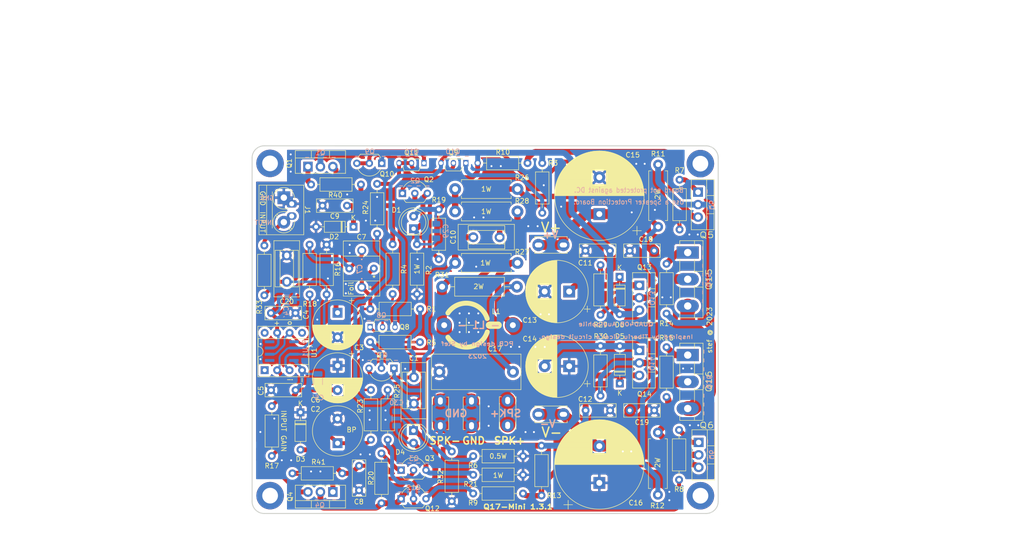
<source format=kicad_pcb>
(kicad_pcb (version 20211014) (generator pcbnew)
  (title_block (title "Q17-Mini, the Quad405 reborn") (date "2023-06-25") (rev "1.3.1") (company "PCB design by Stef") (comment 1 "Zize 95 x 75 mm"))
  (layers (0 "F.Cu" signal) (31 "B.Cu" signal) (34 "B.Paste" user) (35 "F.Paste" user) (36 "B.SilkS" user "B.Silkscreen") (37 "F.SilkS" user "F.Silkscreen") (38 "B.Mask" user) (39 "F.Mask" user) (44 "Edge.Cuts" user))
  (net 0 "")
  (net 1 "GND")
  (net 2 "Net-(C1-Pad1)")
  (net 3 "Net-(C2-Pad1)")
  (net 4 "Net-(C3-Pad1)")
  (net 5 "Net-(C5-Pad2)")
  (net 6 "Net-(C7-Pad1)")
  (net 7 "Net-(R17-Pad2)")
  (net 8 "Net-(C8-Pad2)")
  (net 9 "Net-(C9-Pad2)")
  (net 10 "Net-(C10-Pad2)")
  (net 11 "Net-(C10-Pad1)")
  (net 12 "Net-(C11-Pad2)")
  (net 13 "GNDPWR")
  (net 14 "Net-(C12-Pad2)")
  (net 15 "Net-(C13-Pad1)")
  (net 16 "Net-(C14-Pad2)")
  (net 17 "Net-(C15-Pad1)")
  (net 18 "Net-(C16-Pad2)")
  (net 19 "Net-(C17-Pad1)")
  (net 20 "Net-(C29-Pad2)")
  (net 21 "Net-(C30-Pad1)")
  (net 22 "Net-(L1-Pad2)")
  (net 23 "Net-(J2-1-Pad1)")
  (net 24 "Net-(Q2-Pad1)")
  (net 25 "Net-(Q3-Pad1)")
  (net 26 "Net-(Q8-Pad2)")
  (net 27 "Net-(Q5-Pad3)")
  (net 28 "Net-(Q5-Pad2)")
  (net 29 "Net-(Q5-Pad1)")
  (net 30 "Net-(Q6-Pad3)")
  (net 31 "Net-(Q6-Pad2)")
  (net 32 "Net-(Q6-Pad1)")
  (net 33 "Net-(Q15-Pad1)")
  (net 34 "Net-(Q16-Pad1)")
  (net 35 "Net-(J1-Pad2)")
  (net 36 "Net-(R24-Pad2)")
  (net 37 "Net-(R26-Pad2)")
  (net 38 "Net-(Q8-Pad1)")
  (net 39 "Net-(Q7-Pad2)")
  (net 40 "Net-(Q10-Pad2)")
  (net 41 "Net-(Q9-Pad1)")
  (net 42 "Net-(Q8-Pad3)")
  (net 43 "Net-(Q11-Pad2)")
  (net 44 "Net-(Q12-Pad2)")
  (net 45 "Net-(Q12-Pad3)")
  (net 49 "Net-(C7-Pad2)")
  (net 50 "Net-(Q1-Pad1)")
  (net 51 "Net-(Q4-Pad1)")
  (net 52 "Net-(C20-Pad2)")
  (footprint "Package_TO_SOT_THT:TO-220-3_Vertical" (layer "F.Cu") (at 178.73 83.51722 -90)
    (fp_text reference "Q13")
    (fp_text value "IRF610")
  )
  (footprint "Q17_Library:Faston_Connector_63849-1_TEC" (layer "F.Cu") (at 158.181495 109.837437 180)
    (fp_text reference "J3-3")
    (fp_text value "V-")
  )
  (footprint "Resistor_THT:R_Axial_DIN0207_L6.3mm_D2.5mm_P10.16mm_Horizontal" (layer "F.Cu") (at 137.861495 68.029037 -90)
    (fp_text reference "R19")
    (fp_text value "330R")
  )
  (footprint "LED_THT:LED_D5.0mm" (layer "F.Cu") (at 132.707004 113.162378 -90)
    (fp_text reference "D4")
    (fp_text value "RED 2V")
  )
  (footprint "Capacitor_THT:CP_Radial_D18.0mm_P7.50mm" (layer "F.Cu") (at 170.576695 123.825 90)
    (fp_text reference "C16")
    (fp_text value "2200uF/63V")
  )
  (footprint "Resistor_THT:R_Axial_DIN0207_L6.3mm_D2.5mm_P10.16mm_Horizontal" (layer "F.Cu") (at 140.503095 127.566637 90)
    (fp_text reference "R32")
    (fp_text value "STRAP")
  )
  (footprint "Resistor_THT:R_Axial_DIN0411_L9.9mm_D3.6mm_P12.70mm_Horizontal" (layer "F.Cu") (at 182.514695 126.245837 90)
    (fp_text reference "R12")
    (fp_text value "47R/2W")
  )
  (footprint "Package_TO_SOT_THT:TO-220-3_Vertical" (layer "F.Cu") (at 178.733018 96.816233 -90)
    (fp_text reference "Q14")
    (fp_text value "IRF9610")
  )
  (footprint "Capacitor_THT:C_Rect_L7.2mm_W2.5mm_P5.00mm_FKS2_FKP2_MKS2_MKP2" (layer "F.Cu") (at 172.786495 109.035525 180)
    (fp_text reference "C12")
    (fp_text value "100nF")
  )
  (footprint "Resistor_THT:R_Axial_DIN0207_L6.3mm_D2.5mm_P10.16mm_Horizontal" (layer "F.Cu") (at 144.871895 118.371837)
    (fp_text reference "R6")
    (fp_text value "100R/0.5W")
  )
  (footprint "MountingHole:MountingHole_3.2mm_M3_DIN965_Pad_TopBottom" (layer "F.Cu") (at 191.18882 126.440889)
    (fp_text reference "H3")
    (fp_text value "MountingHole_3.2mm_M3_DIN965_Pad_TopBottom")
  )
  (footprint "Resistor_THT:R_Axial_DIN0207_L6.3mm_D2.5mm_P10.16mm_Horizontal" (layer "F.Cu") (at 124.018495 115.019037 90)
    (fp_text reference "R23")
    (fp_text value "8k2")
  )
  (footprint "Resistor_THT:R_Axial_DIN0207_L6.3mm_D2.5mm_P10.16mm_Horizontal" (layer "F.Cu") (at 144.871895 122.181837)
    (fp_text reference "R21")
    (fp_text value "10k/1W")
  )
  (footprint "Resistor_THT:R_Axial_DIN0207_L6.3mm_D2.5mm_P10.16mm_Horizontal" (layer "F.Cu") (at 111.826495 62.949037)
    (fp_text reference "R40")
    (fp_text value "100R")
  )
  (footprint "Resistor_THT:R_Axial_DIN0207_L6.3mm_D2.5mm_P10.16mm_Horizontal" (layer "F.Cu") (at 186.832695 123.19 90)
    (fp_text reference "R8")
    (fp_text value "120R")
  )
  (footprint "Resistor_THT:R_Axial_DIN0207_L6.3mm_D2.5mm_P10.16mm_Horizontal" (layer "F.Cu") (at 134.016495 95.099037 180)
    (fp_text reference "R5")
    (fp_text value "10R")
  )
  (footprint "Resistor_THT:R_Axial_DIN0207_L6.3mm_D2.5mm_P10.16mm_Horizontal" (layer "F.Cu") (at 102.301495 85.555037 90)
    (fp_text reference "R33")
    (fp_text value "680R")
  )
  (footprint "Capacitor_THT:C_Rect_L7.2mm_W2.5mm_P5.00mm_FKS2_FKP2_MKS2_MKP2" (layer "F.Cu") (at 167.743935 76.460045)
    (fp_text reference "C11")
    (fp_text value "100nF")
  )
  (footprint "Capacitor_THT:CP_Radial_D10.0mm_P5.00mm" (layer "F.Cu") (at 117.221 99.906037 -90)
    (fp_text reference "C6")
    (fp_text value "47uF/25V")
  )
  (footprint "Diode_THT:D_DO-35_SOD27_P7.62mm_Horizontal" (layer "F.Cu") (at 120.462495 71.585037 180)
    (fp_text reference "D2")
    (fp_text value "1N5248B")
  )
  (footprint "LED_THT:LED_D5.0mm" (layer "F.Cu") (at 132.725807 71.973424 90)
    (fp_text reference "D1")
    (fp_text value "RED 2V")
  )
  (footprint "Capacitor_THT:C_Rect_L18.0mm_W7.0mm_P15.00mm_FKS3_FKP3" (layer "F.Cu") (at 152.981495 101.176037 180)
    (fp_text reference "C17")
    (fp_text value "100nF MKP or MKT")
  )
  (footprint "Q17_Library:C_Mica_v2_L11.4mm_W4.3mm_H9.1_P5.9mm_mix" (layer "F.Cu") (at 132.781495 102.027485 -90)
    (fp_text reference "C1")
    (fp_text value "470p Mica")
  )
  (footprint "Diode_THT:D_DO-35_SOD27_P7.62mm_Horizontal" (layer "F.Cu") (at 109.667495 109.431037 -90)
    (fp_text reference "D3")
    (fp_text value "1N5248B")
  )
  (footprint "Q17_Library:C_Mica_v2_L11.4mm_W4.3mm_H9.1_P5.9mm_mix" (layer "F.Cu") (at 106.873495 77.173037 -90)
    (fp_text reference "C20")
    (fp_text value "1nF FKP2 or MKT")
  )
  (footprint "Resistor_THT:R_Axial_DIN0207_L6.3mm_D2.5mm_P10.16mm_Horizontal" (layer "F.Cu") (at 133.416495 75.141037 -90)
    (fp_text reference "R2")
    (fp_text value "10k/1W")
  )
  (footprint "MountingHole:MountingHole_3.2mm_M3_DIN965_Pad_TopBottom" (layer "F.Cu") (at 103.463294 58.647028 180)
    (fp_text reference "H1")
    (fp_text value "MountingHole")
  )
  (footprint "Capacitor_THT:CP_Radial_D12.5mm_P5.00mm" (layer "F.Cu") (at 164.435 100.02722 180)
    (fp_text reference "C14")
    (fp_text value "220uF/63V")
  )
  (footprint "Diode_THT:D_DO-35_SOD27_P7.62mm_Horizontal" (layer "F.Cu") (at 174.715178 81.795433 -90)
    (fp_text reference "D6")
    (fp_text value "1N5245B")
  )
  (footprint "Capacitor_THT:CP_Radial_D10.0mm_P5.00mm" (layer "F.Cu") (at 117.221 89.111037 -90)
    (fp_text reference "C3")
    (fp_text value "47uF/25V")
  )
  (footprint "Q17_Library:Faston_Connector_63849-1_TEC" (layer "F.Cu") (at 144.526 107.096257 90)
    (fp_text reference "J3-2")
    (fp_text value "GND")
  )
  (footprint "Q17_Library:Faston_Connector_63849-1_TEC" (layer "F.Cu") (at 151.892 112.098037 -90)
    (fp_text reference "J2-1")
    (fp_text value "SPK+")
  )
  (footprint "Resistor_THT:R_Axial_DIN0207_L6.3mm_D2.5mm_P10.16mm_Horizontal" (layer "F.Cu") (at 170.810657 95.893438 -90)
    (fp_text reference "R30")
    (fp_text value "100R")
  )
  (footprint "Package_TO_SOT_THT:TO-220-3_Vertical" (layer "F.Cu") (at 116.271495 125.674 180)
    (fp_text reference "Q4")
    (fp_text value "IRF9610")
  )
  (footprint "Package_TO_SOT_THT:TO-92S_Wide" (layer "F.Cu") (at 143.382895 58.586637 180)
    (fp_text reference "Q9")
    (fp_text value "ZVP2106A")
  )
  (footprint "Resistor_THT:R_Axial_DIN0411_L9.9mm_D3.6mm_P12.70mm_Horizontal" (layer "F.Cu") (at 141.193195 78.951037)
    (fp_text reference "R27")
    (fp_text value "560R/1W")
  )
  (footprint "Package_TO_SOT_THT:TO-92_Inline_Wide" (layer "F.Cu") (at 128.717495 100.435037 180)
    (fp_text reference "Q7")
    (fp_text value "KSC1845")
  )
  (footprint "Resistor_THT:R_Axial_DIN0207_L6.3mm_D2.5mm_P10.16mm_Horizontal" (layer "F.Cu") (at 111.525847 85.372546 90)
    (fp_text reference "R18")
    (fp_text value "22k")
  )
  (footprint "Q17_Library:C_Mica_v2_L11.4mm_W4.3mm_H9.1_P5.9mm_mix" (layer "F.Cu") (at 150.512623 73.708934 180)
    (fp_text reference "C10")
    (fp_text value "47pF Mica or NP0")
  )
  (footprint "Resistor_THT:R_Axial_DIN0207_L6.3mm_D2.5mm_P10.16mm_Horizontal" (layer "F.Cu") (at 170.815 89.535 90)
    (fp_text reference "R29")
    (fp_text value "100R")
  )
  (footprint "Package_TO_SOT_THT:TO-3P-3_Vertical" (layer "F.Cu") (at 188.595 76.835 -90)
    (fp_text reference "Q15")
    (fp_text value "FQA46N15")
  )
  (footprint "Package_TO_SOT_THT:TO-92_Inline_Wide" (layer "F.Cu") (at 130.171318 121.221037)
    (fp_text reference "Q3")
    (fp_text value "KSC1845")
  )
  (footprint "Package_TO_SOT_THT:TO-3P-3_Vertical" (layer "F.Cu") (at 188.595 97.75222 -90)
    (fp_text reference "Q16")
    (fp_text value "FQA36P15")
  )
  (footprint "Resistor_THT:R_Axial_DIN0411_L9.9mm_D3.6mm_P12.70mm_Horizontal" (layer "F.Cu") (at 141.193195 68.455037)
    (fp_text reference "R28")
    (fp_text value "22R/1W")
  )
  (footprint "Q17_Library:C_Rect_L7.2mm_W11.0mm_P5.00mm_MKP2_Custom" (layer "F.Cu") (at 119.613495 80.094037)
    (fp_text reference "C7")
    (fp_text value "1uF MKP or MKT")
  )
  (footprint "Capacitor_THT:C_Rect_L7.2mm_W2.5mm_P5.00mm_FKS2_FKP2_MKS2_MKP2" (layer "F.Cu") (at 121.605495 125.342237 90)
    (fp_text reference "C8")
    (fp_text value "100nF")
  )
  (footprint "Resistor_THT:R_Axial_DIN0207_L6.3mm_D2.5mm_P10.16mm_Horizontal" (layer "F.Cu") (at 115.001495 75.212546 -90)
    (fp_text reference "R16")
    (fp_text value "22k")
  )
  (footprint "Capacitor_THT:C_Rect_L7.2mm_W2.5mm_P5.00mm_FKS2_FKP2_MKS2_MKP2" (layer "F.Cu") (at 103.672 104.902)
    (fp_text reference "C5")
    (fp_text value "100nF")
  )
  (footprint "Resistor_THT:R_Axial_DIN0207_L6.3mm_D2.5mm_P10.16mm_Horizontal" (layer "F.Cu") (at 125.288495 62.822037 -90)
    (fp_text reference "R24")
    (fp_text value "10k")
  )
  (footprint "Capacitor_THT:CP_Radial_D12.5mm_P5.00mm" (layer "F.Cu") (at 164.435 84.78722 180)
    (fp_text reference "C13")
    (fp_text value "220uF/63V")
  )
  (footprint "Package_TO_SOT_THT:TO-92_Inline_Wide" (layer "F.Cu") (at 130.442168 64.756205)
    (fp_text reference "Q2")
    (fp_text value "KSA992")
  )
  (footprint "Capacitor_THT:C_Rect_L7.2mm_W2.5mm_P5.00mm_FKS2_FKP2_MKS2_MKP2" (layer "F.Cu") (at 108.651495 89.18142 180)
    (fp_text reference "C4")
    (fp_text value "100nF")
  )
  (footprint "MountingHole:MountingHole_3.2mm_M3_DIN965_Pad_TopBottom" (layer "F.Cu") (at 191.175082 58.697768 180)
    (fp_text reference "H2")
    (fp_text value "MountingHole")
  )
  (footprint "Resistor_THT:R_Axial_DIN0207_L6.3mm_D2.5mm_P10.16mm_Horizontal" (layer "F.Cu") (at 128.463495 75.141037 -90)
    (fp_text reference "R4")
    (fp_text value "100R")
  )
  (footprint "Resistor_THT:R_Axial_DIN0207_L6.3mm_D2.5mm_P10.16mm_Horizontal" (layer "F.Cu") (at 144.871895 125.991837)
    (fp_text reference "R9")
    (fp_text value "100R")
  )
  (footprint "Resistor_THT:R_Axial_DIN0411_L9.9mm_D3.6mm_P15.24mm_Horizontal" (layer "F.Cu") (at 138.542982 83.805095)
    (fp_text reference "R31")
    (fp_text value "10R/2W")
  )
  (footprint "Capacitor_THT:C_Rect_L7.2mm_W2.5mm_P5.00mm_FKS2_FKP2_MKS2_MKP2" (layer "F.Cu") (at 114.152495 67.267037)
    (fp_text reference "C9")
    (fp_text value "100nF")
  )
  (footprint "Resistor_THT:R_Axial_DIN0207_L6.3mm_D2.5mm_P10.16mm_Horizontal" (layer "F.Cu") (at 123.891495 88.349037)
    (fp_text reference "R1")
    (fp_text value "2k7")
  )
  (footprint "Package_TO_SOT_THT:TO-220-3_Vertical" (layer "F.Cu") (at 190.825 115.57 -90)
    (fp_text reference "Q6")
    (fp_text value "FQP3N30")
  )
  (footprint "Q17_Library:L_Axial_L22mm_D10mm_P21mm_vertical_Q17_Mini" (layer "F.Cu") (at 138.953095 91.651837)
    (fp_text reference "L1")
    (fp_text value "1.2uH")
  )
  (footprint "Q17_Library:Faston_Connector_63849-1_TEC" (layer "F.Cu") (at 138.176 107.096257 90)
    (fp_text reference "J2-2")
    (fp_text value "SPK-")
  )
  (footprint "Resistor_THT:R_Axial_DIN0411_L9.9mm_D3.6mm_P12.70mm_Horizontal" (layer "F.Cu") (at 153.893195 63.883037 180)
    (fp_text reference "R26")
    (fp_text value "22R/1W")
  )
  (footprint "Resistor_THT:R_Axial_DIN0207_L6.3mm_D2.5mm_P10.16mm_Horizontal" (layer "F.Cu") (at 126.177495 127.973037 90)
    (fp_text reference "R20")
    (fp_text value "330R")
  )
  (footprint "Resistor_THT:R_Axial_DIN0207_L6.3mm_D2.5mm_P10.16mm_Horizontal" (layer "F.Cu") (at 184.277 89.281 90)
    (fp_text reference "R14")
    (fp_text value "330R")
  )
  (footprint "Resistor_THT:R_Axial_DIN0207_L6.3mm_D2.5mm_P10.16mm_Horizontal" (layer "F.Cu") (at 184.277 106.299 90)
    (fp_text reference "R15")
    (fp_text value "330R")
  )
  (footprint "Resistor_THT:R_Axial_DIN0207_L6.3mm_D2.5mm_P10.16mm_Horizontal" (layer "F.Cu") (at 108.016495 121.877037)
    (fp_text reference "R41")
    (fp_text value "100R")
  )
  (footprint "Package_TO_SOT_THT:TO-220-3_Vertical" (layer "F.Cu") (at 190.698 64.516 -90)
    (fp_text reference "Q5")
    (fp_text value "FQP3P20")
  )
  (footprint "Resistor_THT:R_Axial_DIN0207_L6.3mm_D2.5mm_P10.16mm_Horizontal" (layer "F.Cu") (at 186.934295 72.136 90)
    (fp_text reference "R7")
    (fp_text value "100R")
  )
  (footprint "Package_TO_SOT_THT:TO-92_Inline_Wide" (layer "F.Cu") (at 126.237895 58.626637 180)
    (fp_text reference "Q10")
    (fp_text value "KSA992")
  )
  (footprint "Resistor_THT:R_Axial_DIN0207_L6.3mm_D2.5mm_P10.16mm_Horizontal" (layer "F.Cu") (at 158.791095 126.398237 90)
    (fp_text reference "R13")
    (fp_text value "10R")
  )
  (footprint "Package_TO_SOT_THT:TO-92_Inline_Wide" (layer "F.Cu") (at 130.171318 127.074542)
    (fp_text reference "Q12")
    (fp_text value "KSC1845")
  )
  (footprint "Resistor_THT:R_Axial_DIN0207_L6.3mm_D2.5mm_P10.16mm_Horizontal" (layer "F.Cu") (at 127.447495 104.859037 -90)
    (fp_text reference "R25")
    (fp_text value "7k5")
  )
  (footprint "Capacitor_THT:CP_Radial_D18.0mm_P7.50mm" (layer "F.Cu") (at 170.576695 68.985037 90)
    (fp_text reference "C15")
    (fp_text value "2200uF/63V")
  )
  (footprint "Resistor_THT:R_Axial_DIN0207_L6.3mm_D2.5mm_P10.16mm_Horizontal" (layer "F.Cu") (at 145.786295 58.580237)
    (fp_text reference "R10")
    (fp_text value "10R")
  )
  (footprint "MountingHole:MountingHole_3.2mm_M3_DIN965_Pad_TopBottom" (layer "F.Cu") (at 103.475185 126.428054 180)
    (fp_text reference "H4")
    (fp_text value "MountingHole")
  )
  (footprint "Package_TO_SOT_THT:TO-92S_Wide" (layer "F.Cu") (at 123.856495 92.051037)
    (fp_text reference "Q8")
    (fp_text value "ZVN4206AV")
  )
  (footprint "Package_TO_SOT_THT:TO-220-3_Vertical" (layer "F.Cu") (at 111.191495 59.305919)
    (fp_text reference "Q1")
    (fp_text value "IRF610")
  )
  (footprint "Resistor_THT:R_Axial_DIN0207_L6.3mm_D2.5mm_P10.16mm_Horizontal" (layer "F.Cu") (at 158.943495 58.580237 -90)
    (fp_text reference "R3")
    (fp_text value "150R")
  )
  (footprint "Resistor_THT:R_Axial_DIN0411_L9.9mm_D3.6mm_P12.70mm_Horizontal" (layer "F.Cu") (at 182.565495 58.885037 -90)
    (fp_text reference "R11")
    (fp_text value "47R/2W")
  )
  (footprint "Capacitor_THT:C_Rect_L7.2mm_W2.5mm_P5.00mm_FKS2_FKP2_MKS2_MKP2" (layer "F.Cu") (at 176.774295 109.035525)
    (fp_text reference "C19")
    (fp_text value "100nF")
  )
  (footprint "Q17_Library:Input_connector_mix_inverted" (layer "F.Cu") (at 105.6488 68.205037 -90)
    (fp_text reference "J1")
    (fp_text value "INPUT")
  )
  (footprint "Capacitor_THT:CP_Radial_D10.0mm_P5.00mm" (layer "F.Cu") (at 117.221 115.729897 90)
    (fp_text reference "C2")
    (fp_text value "100uF/10V BP")
  )
  (footprint "Package_TO_SOT_THT:TO-92S_Wide" (layer "F.Cu") (at 134.838895 58.586637 180)
    (fp_text reference "Q11")
    (fp_text value "ZVP2106A")
  )
  (footprint "Package_DIP:DIP-8_W7.62mm_Socket" (layer "F.Cu") (at 102.372 100.838 90)
    (fp_text reference "U1'")
    (fp_text value "OPA1641")
  )
  (footprint "Diode_THT:D_DO-35_SOD27_P7.62mm_Horizontal" (layer "F.Cu") (at 174.75491 103.540998 90)
    (fp_text reference "D5")
    (fp_text value "1N5245B")
  )
  (footprint "Q17_Library:Faston_Connector_63849-1_TEC" (layer "F.Cu") (at 158.181495 75.293437 180)
    (fp_text reference "J3-1")
    (fp_text value "V+")
  )
  (footprint "Resistor_THT:R_Axial_DIN0207_L6.3mm_D2.5mm_P10.16mm_Horizontal" (layer "F.Cu") (at 103.825495 118.321037 90)
    (fp_text reference "R17")
    (fp_text value "7k32")
  )
  (footprint "Capacitor_THT:C_Rect_L7.2mm_W2.5mm_P5.00mm_FKS2_FKP2_MKS2_MKP2" (layer "F.Cu") (at 176.764959 76.454)
    (fp_text reference "C18")
    (fp_text value "100nF")
  )
  (footprint "Capacitor_SMD:C_1206_3216Metric" (layer "B.Cu") (at 113.249495 103.081037 -90)
    (fp_text reference "C5'")
    (fp_text value "100nF")
  )
  (footprint "Capacitor_SMD:C_1206_3216Metric" (layer "B.Cu") (at 137.249495 72.444781 -90)
    (fp_text reference "C29")
    (fp_text value "15nF")
  )
  (footprint "Capacitor_SMD:C_1206_3216Metric" (layer "B.Cu") (at 129.249495 110.705037 90)
    (fp_text reference "C30")
    (fp_text value "15nF")
  )
  (footprint "Package_SO:SOIC-8_3.9x4.9mm_P1.27mm" (layer "B.Cu") (at 105.854717 96.943097 180)
    (fp_text reference "U1")
    (fp_text value "OPA1611")
  )
  (footprint "Capacitor_SMD:C_1206_3216Metric" (layer "B.Cu") (at 106.903216 86.455037)
    (fp_text reference "C4'")
    (fp_text value "100nF")
  )
  (gr_line (start 194.806412 57.518381) (end 194.806634 127.615543) (layer "Edge.Cuts") (width 0.2))
  (gr_arc (start 99.811698 57.512454) (mid 100.529286 55.780043) (end 102.261697 55.062455) (layer "Edge.Cuts") (width 0.2))
  (gr_arc (start 194.806634 127.615543) (mid 194.089046 129.347954) (end 192.356635 130.065542) (layer "Edge.Cuts") (width 0.2))
  (gr_arc (start 192.366412 55.068383) (mid 194.092356 55.789502) (end 194.806412 57.518381) (layer "Edge.Cuts") (width 0.2))
  (gr_line (start 102.261697 55.062455) (end 192.366412 55.068383) (layer "Edge.Cuts") (width 0.2))
  (gr_arc (start 102.258328 130.064239) (mid 100.495701 129.315898) (end 99.80985 127.528029) (layer "Edge.Cuts") (width 0.2))
  (gr_line (start 102.258328 130.064239) (end 192.356635 130.065542) (layer "Edge.Cuts") (width 0.2))
  (gr_line (start 99.811698 57.512454) (end 99.80985 127.528029) (layer "Edge.Cuts") (width 0.2))
  (gr_text "Q12" (at 132.711318 124.774542) (layer "B.SilkS") (effects (font (size 1 1)) (justify mirror)))
  (gr_text "Q15" (at 192.725495 82.380037 -90) (layer "B.SilkS") (effects (font (size 1 1)) (justify mirror)))
  (gr_text "GND" (at 141.35886 109.641118) (layer "B.SilkS") (effects (font (size 1.5 1.5) (thickness 0.3)) (justify mirror)))
  (gr_text "- L1 -" (at 145.986337 91.645964) (layer "B.SilkS") (effects (font (size 1.5 1.5) (thickness 0.3)) (justify mirror)))
  (gr_text "Q1" (at 113.731495 56.472037) (layer "B.SilkS") (effects (font (size 1 1)) (justify mirror)))
  (gr_text ". C7 ." (at 121.749495 80.205037 -270) (layer "B.SilkS") (effects (font (size 1 1) (thickness 0.2)) (justify mirror)))
  (gr_text "V-" (at 160.061095 111.767837) (layer "B.SilkS") (effects (font (size 1.5 1.5) (thickness 0.3)) (justify mirror)))
  (gr_text "V+" (at 160.619895 73.210637) (layer "B.SilkS") (effects (font (size 1.5 1.5) (thickness 0.3)) (justify mirror)))
  (gr_text "°" (at 111.125 94.996 -270) (layer "B.SilkS") (effects (font (size 2 2) (thickness 0.25))))
  (gr_text "- - - -" (at 126.304495 90.635037) (layer "B.SilkS") (effects (font (size 0.9 0.9)) (justify mirror)))
  (gr_text "Q4" (at 113.604495 128.354037) (layer "B.SilkS") (effects (font (size 1 1)) (justify mirror)))
  (gr_text "Q2" (at 133.052037 62.187037) (layer "B.SilkS") (effects (font (size 1 1)) (justify mirror)))
  (gr_text "Q3" (at 132.781495 118.829037) (layer "B.SilkS") (effects (font (size 1 1)) (justify mirror)))
  (gr_text "Q5" (at 193.487495 67.140037 -90) (layer "B.SilkS") (effects (font (size 1 1)) (justify mirror)))
  (gr_text "Board not protected against DC." (at 176.596495 64.092037) (layer "B.SilkS") (effects (font (size 1 0.9)) (justify mirror)))
  (gr_text "Q9" (at 123.789895 56.243437) (layer "B.SilkS") (effects (font (size 1 1)) (justify mirror)))
  (gr_text "Use a Speaker Protection Board." (at 176.596495 66.505037) (layer "B.SilkS") (effects (font (size 1 0.9)) (justify mirror)))
  (gr_text "- - - -" (at 192.625691 67.067429 -90) (layer "B.SilkS") (effects (font (size 0.9 0.9)) (justify mirror)))
  (gr_text "Q11" (at 132.298895 56.243437) (layer "B.SilkS") (effects (font (size 1 1)) (justify mirror)))
  (gr_text "Q13" (at 181.279667 86.152187 -90) (layer "B.SilkS") (effects (font (size 1 1)) (justify mirror)))
  (gr_text "- - - -" (at 140.858695 57.132437) (layer "B.SilkS") (effects (font (size 0.9 0.9)) (justify mirror)))
  (gr_text "- - - -" (at 132.711318 125.598542) (layer "B.SilkS") (effects (font (size 0.9 0.9)) (justify mirror)))
  (gr_text "Q7" (at 126.431495 97.747037) (layer "B.SilkS") (effects (font (size 1 1)) (justify mirror)))
  (gr_text "- - - -" (at 132.849189 63.175918) (layer "B.SilkS") (effects (font (size 0.9 0.9)) (justify mirror)))
  (gr_text "QUAD405 Audiophile\n\nInspired by Tiberiu Vicol's circuit design." (at 173.959279 92.743809) (layer "B.SilkS") (effects (font (size 0.8 1) (thickness 0.175)) (justify mirror)))
  (gr_text "GND" (at 102.880066 65.723416) (layer "B.SilkS") (effects (font (size 0.9 0.9)) (justify mirror)))
  (gr_text "INPUT" (at 102.301495 70.728429) (layer "B.SilkS") (effects (font (size 0.9 0.9)) (justify mirror)))
  (gr_text "Q8" (at 126.177495 89.619037) (layer "B.SilkS") (effects (font (size 1 1)) (justify mirror)))
  (gr_text "PCB design by Stef\n\n2023\n" (at 145.735495 96.731037) (layer "B.SilkS") (effects (font (size 0.8 1) (thickness 0.175)) (justify mirror)))
  (gr_text "Q10" (at 140.731695 56.243437) (layer "B.SilkS") (effects (font (size 1 1)) (justify mirror)))
  (gr_text "- - - -" (at 126.431495 98.763037) (layer "B.SilkS") (effects (font (size 0.9 0.9)) (justify mirror)))
  (gr_text "- - - - - - - -" (at 191.963495 103.335037 -90) (layer "B.SilkS") (effects (font (size 0.9 0.9)) (justify mirror)))
  (gr_text "Q14" (at 181.269408 99.488744 -90) (layer "B.SilkS") (effects (font (size 1 1)) (justify mirror)))
  (gr_text "- - - -" (at 132.425895 57.132437) (layer "B.SilkS") (effects (font (size 0.9 0.9)) (justify mirror)))
  (gr_text "Q16" (at 192.979495 103.208037 -90) (layer "B.SilkS") (effects (font (size 1 1)) (justify mirror)))
  (gr_text "Q6" (at 193.487495 118.067037 -90) (layer "B.SilkS") (effects (font (size 1 1)) (justify mirror)))
  (gr_text "- - - -" (at 123.916895 57.132437) (layer "B.SilkS") (effects (font (size 0.9 0.9)) (justify mirror)))
  (gr_text "- - - -" (at 113.731495 57.361037) (layer "B.SilkS") (effects (font (size 0.9 0.9)) (justify mirror)))
  (gr_text "- - - -" (at 180.407604 99.416136 -90) (layer "B.SilkS") (effects (font (size 0.9 0.9)) (justify mirror)))
  (gr_text "- - - -" (at 113.858495 127.211037) (layer "B.SilkS") (effects (font (size 0.9 0.9)) (justify mirror)))
  (gr_text "- - - -" (at 180.417863 86.079579 -90) (layer "B.SilkS") (effects (font (size 0.9 0.9)) (justify mirror)))
  (gr_text "- - - - - - - -" (at 191.709495 82.253037 -90) (layer "B.SilkS") (effects (font (size 0.9 0.9)) (justify mirror)))
  (gr_text "- - - -" (at 192.725495 118.067037 -90) (layer "B.SilkS") (effects (font (size 0.9 0.9)) (justify mirror)))
  (gr_text "- - - -" (at 132.781495 119.718037) (layer "B.SilkS") (effects (font (size 0.9 0.9)) (justify mirror)))
  (gr_text "SPK+" (at 151.461889 109.638794) (layer "B.SilkS") (effects (font (size 1.5 1.5) (thickness 0.3)) (justify mirror)))
  (gr_text "Foil" (at 119.973243 84.158037 -270) (layer "F.SilkS") (effects (font (size 1 1))))
  (gr_text "i" (at 107.456847 102.771617 -90) (layer "F.SilkS") (effects (font (size 1 1))))
  (gr_text "2W" (at 182.463895 119.692637 -270) (layer "F.SilkS") (effects (font (size 1 1))))
  (gr_text "o" (at 107.604069 91.214695 -90) (layer "F.SilkS") (effects (font (size 1 1))))
  (gr_text "2W" (at 145.989495 83.777037) (layer "F.SilkS") (effects (font (size 1 1))))
  (gr_text "1W" (at 149.951895 122.283437) (layer "F.SilkS") (effects (font (size 1 1))))
  (gr_text "1W" (at 147.543195 63.883037) (layer "F.SilkS") (effects (font (size 1 1))))
  (gr_text "1W" (at 147.543195 68.455037) (layer "F.SilkS") (effects (font (size 1 1))))
  (gr_text "2W" (at 182.463895 64.930237 -270) (layer "F.SilkS") (effects (font (size 1 1))))
  (gr_text "1W" (at 133.416495 80.221037 -270) (layer "F.SilkS") (effects (font (size 1 1))))
  (gr_text "stef @ 2023" (at 193.049495 92.655037 -270) (layer "F.SilkS") (effects (font (size 1 1))))
  (gr_text "+" (at 104.92495 91.271072 -90) (layer "F.SilkS") (effects (font (size 1 1))))
  (gr_text "BP" (at 120.081495 112.987037) (layer "F.SilkS") (effects (font (size 1 1))))
  (gr_text "0.5W" (at 149.951895 118.371837) (layer "F.SilkS") (effects (font (size 1 1))))
  (gr_text "-" (at 110.067692 102.848885 -90) (layer "F.SilkS") (effects (font (size 1 1))))
  (gr_text "INPUT GAIN" (at 106.238495 113.241037 -90) (layer "F.SilkS") (effects (font (size 1 1))))
  (gr_text "1W" (at 147.386495 78.951037) (layer "F.SilkS") (effects (font (size 1 1))))
  (gr_text "Q17-Mini 1.3.1" (at 153.999495 128.705037) (layer "F.SilkS") (effects (font (size 1 1.2) (thickness 0.25))))
  (via (at 145.481495 79.713037) (size 0.8) (drill 0.4) (layers "F.Cu" "B.Cu") (net 1))
  (via (at 146.964569 69.672929) (size 0.8) (drill 0.4) (layers "F.Cu" "B.Cu") (net 1))
  (via (at 118.90533 83.245836) (size 0.8) (drill 0.4) (layers "F.Cu" "B.Cu") (net 1))
  (via (at 119.192495 64.981037) (size 0.8) (drill 0.4) (layers "F.Cu" "B.Cu") (net 1))
  (via (at 123.815295 118.016237) (size 0.8) (drill 0.4) (layers "F.Cu" "B.Cu") (net 1))
  (via (at 104.333495 110.701037) (size 0.8) (drill 0.4) (layers "F.Cu" "B.Cu") (net 1))
  (via (at 157.999495 71.455037) (size 0.8) (drill 0.4) (layers "F.Cu" "B.Cu") (net 1))
  (via (at 159.248295 63.101437) (size 0.8) (drill 0.4) (layers "F.Cu" "B.Cu") (net 1))
  (via (at 121.910295 118.016237) (size 0.8) (drill 0.4) (layers "F.Cu" "B.Cu") (net 1))
  (via (at 113.223495 86.571037) (size 0.8) (drill 0.4) (layers "F.Cu" "B.Cu") (net 1))
  (via (at 101.510482 98.593096) (size 0.8) (drill 0.4) (layers "F.Cu" "B.Cu") (net 1))
  (via (at 145.059569 69.672929) (size 0.8) (drill 0.4) (layers "F.Cu" "B.Cu") (net 1))
  (via (at 105.857495 119.210037) (size 0.8) (drill 0.4) (layers "F.Cu" "B.Cu") (net 1))
  (via (at 123.764495 110.955037) (size 0.8) (drill 0.4) (layers "F.Cu" "B.Cu") (net 1))
  (via (at 126.999495 109.050037) (size 0.8) (drill 0.4) (layers "F.Cu" "B.Cu") (net 1))
  (via (at 101.547321 95.482384) (size 0.8) (drill 0.4) (layers "F.Cu" "B.Cu") (net 1))
  (via (at 115.255495 82.126037) (size 0.8) (drill 0.4) (layers "F.Cu" "B.Cu") (net 1))
  (via (at 122.723095 90.330237) (size 0.8) (drill 0.4) (layers "F.Cu" "B.Cu") (net 1))
  (via (at 123.002495 70.315037) (size 0.8) (drill 0.4) (layers "F.Cu" "B.Cu") (net 1))
  (via (at 119.700495 75.268037) (size 0.8) (drill 0.4) (layers "F.Cu" "B.Cu") (net 1))
  (via (at 156.094495 71.455037) (size 0.8) (drill 0.4) (layers "F.Cu" "B.Cu") (net 1))
  (via (at 150.499495 59.205037) (size 0.8) (drill 0.4) (layers "F.Cu" "B.Cu") (net 1))
  (via (at 101.488695 113.444237) (size 0.8) (drill 0.4) (layers "F.Cu" "B.Cu") (net 1))
  (via (at 124.907495 70.315037) (size 0.8) (drill 0.4) (layers "F.Cu" "B.Cu") (net 1))
  (via (at 119.700495 76.919037) (size 0.8) (drill 0.4) (layers "F.Cu" "B.Cu") (net 1))
  (via (at 133.543495 78.189037) (size 0.8) (drill 0.4) (layers "F.Cu" "B.Cu") (net 1))
  (via (at 148.594495 59.205037) (size 0.8) (drill 0.4) (layers "F.Cu" "B.Cu") (net 1))
  (via (at 122.367495 98.763037) (size 0.8) (drill 0.4) (layers "F.Cu" "B.Cu") (net 1))
  (via (at 111.826495 121.496037) (size 0.8) (drill 0.4) (layers "F.Cu" "B.Cu") (net 1))
  (via (at 113.096495 90.508037) (size 0.8) (drill 0.4) (layers "F.Cu" "B.Cu") (net 1))
  (via (at 107.672801 56.814414) (size 0.8) (drill 0.4) (layers "F.Cu" "B.Cu") (net 1))
  (via (at 107.672801 60.327757) (size 0.8) (drill 0.4) (layers "F.Cu" "B.Cu") (net 1))
  (via (at 125.288495 65.489037) (size 0.8) (drill 0.4) (layers "F.Cu" "B.Cu") (net 1))
  (via (at 107.762495 119.210037) (size 0.8) (drill 0.4) (layers "F.Cu" "B.Cu") (net 1))
  (via (at 113.731495 121.496037) (size 0.8) (drill 0.4) (layers "F.Cu" "B.Cu") (net 1))
  (via (at 131.003495 100.541037) (size 0.8) (drill 0.4) (layers "F.Cu" "B.Cu") (net 1))
  (via (at 126.999495 110.955037) (size 0.8) (drill 0.4) (layers "F.Cu" "B.Cu") (net 1))
  (via (at 118.90533 85.150836) (size 0.8) (drill 0.4) (layers "F.Cu" "B.Cu") (net 1))
  (via (at 123.764495 109.050037) (size 0.8) (drill 0.4) (layers "F.Cu" "B.Cu") (net 1))
  (segment (start 132.74657 102.319037) (end 125.067709 102.319037) (width 0.8) (layer "F.Cu") (net 2))
  (segment (start 124.360602 102.026144) (end 123.930388 101.59593) (width 0.8) (layer "F.Cu") (net 2))
  (segment (start 123.637495 100.888823) (end 123.637495 100.435037) (width 0.8) (layer "F.Cu") (net 2))
  (arc (start 124.360602 102.026144) (mid 124.685025 102.242917) (end 125.067709 102.319037) (width 0.8) (layer "F.Cu") (net 2))
  (arc (start 123.930388 101.59593) (mid 123.713615 101.271507) (end 123.637495 100.888823) (width 0.8) (layer "F.Cu") (net 2))
  (segment (start 133.758602 92.70593) (end 132.097281 94.367251) (width 0.8) (layer "B.Cu") (net 2))
  (segment (start 132.097281 96.740808) (end 132.491229 97.134756) (width 0.8) (layer "B.Cu") (net 2))
  (segment (start 131.804388 95.074358) (end 131.804388 96.033701) (width 0.8) (layer "B.Cu") (net 2))
  (segment (start 134.051495 88.349037) (end 134.051495 91.998823) (width 0.8) (layer "B.Cu") (net 2))
  (segment (start 132.784122 97.841863) (end 132.784122 102.281485) (width 0.8) (layer "B.Cu") (net 2))
  (arc (start 132.784122 97.841863) (mid 132.708002 97.45918) (end 132.491229 97.134756) (width 0.8) (layer "B.Cu") (net 2))
  (arc (start 134.051495 91.998823) (mid 133.975375 92.381507) (end 133.758602 92.70593) (width 0.8) (layer "B.Cu") (net 2))
  (arc (start 131.804388 95.074358) (mid 131.880508 94.691675) (end 132.097281 94.367251) (width 0.8) (layer "B.Cu") (net 2))
  (arc (start 131.804388 96.033701) (mid 131.880508 96.416384) (end 132.097281 96.740808) (width 0.8) (layer "B.Cu") (net 2))
  (segment (start 117.221 115.729897) (end 122.893421 115.729897) (width 0.8) (layer "F.Cu") (net 3))
  (segment (start 117.221 115.729897) (end 116.295033 114.80393) (width 0.8) (layer "F.Cu") (net 3))
  (segment (start 108.145743 114.513285) (end 108.143495 114.511037) (width 0.8) (layer "F.Cu") (net 3))
  (segment (start 108.143495 114.511037) (end 108.049709 114.511037) (width 0.8) (layer "F.Cu") (net 3))
  (segment (start 123.600528 115.437004) (end 124.018495 115.019037) (width 0.8) (layer "F.Cu") (net 3))
  (segment (start 115.587926 114.511037) (end 108.303709 114.511037) (width 0.8) (layer "F.Cu") (net 3))
  (segment (start 107.342602 114.80393) (end 103.825495 118.321037) (width 0.8) (layer "F.Cu") (net 3))
  (arc (start 108.049709 114.511037) (mid 107.667026 114.587157) (end 107.342602 114.80393) (width 0.8) (layer "F.Cu") (net 3))
  (arc (start 108.303709 114.511037) (mid 108.254641 114.512241) (end 108.205439 114.513285) (width 0.8) (layer "F.Cu") (net 3))
  (arc (start 116.295033 114.80393) (mid 115.970609 114.587157) (end 115.587926 114.511037) (width 0.8) (layer "F.Cu") (net 3))
  (arc (start 123.600528 115.437004) (mid 123.276105 115.653777) (end 122.893421 115.729897) (width 0.8) (layer "F.Cu") (net 3))
  (segment (start 116.906495 79.840037) (end 116.906495 59.940919) (width 1) (layer "F.Cu") (net 4))
  (segment (start 116.809495 80.445037) (end 116.906495 80.348037) (width 0.8) (layer "F.Cu") (net 4))
  (segment (start 112.802092 80.445037) (end 116.809495 80.445037) (width 1) (layer "F.Cu") (net 4))
  (segment (start 116.906495 59.940919) (end 116.271495 59.305919) (width 1) (layer "F.Cu") (net 4))
  (segment (start 104.912 90.856139) (end 104.912 93.213106) (width 0.8) (layer "F.Cu") (net 4))
  (segment (start 103.651495 89.18142) (end 112.094985 80.73793) (width 1) (layer "F.Cu") (net 4))
  (segment (start 103.651495 89.18142) (end 104.619107 90.149032) (width 0.8) (layer "F.Cu") (net 4))
  (segment (start 116.906495 79.840037) (end 116.906495 80.348037) (width 1) (layer "F.Cu") (net 4))
  (segment (start 116.906495 80.348037) (end 116.906495 88.796532) (width 1) (layer "F.Cu") (net 4))
  (arc (start 112.802092 80.445037) (mid 112.419409 80.521157) (end 112.094985 80.73793) (width 1) (layer "F.Cu") (net 4))
  (arc (start 104.912 90.856139) (mid 104.83588 90.473456) (end 104.619107 90.149032) (width 0.8) (layer "F.Cu") (net 4))
  (segment (start 103.651495 89.18142) (end 104.358898 89.18142) (width 0.5) (layer "B.Cu") (net 4))
  (segment (start 105.066005 88.888527) (end 105.135323 88.819209) (width 0.5) (layer "B.Cu") (net 4))
  (segment (start 105.156 95.196024) (end 105.156 93.462) (width 0.5) (layer "B.Cu") (net 4))
  (segment (start 104.751034 96.015204) (end 104.863107 95.903131) (width 0.5) (layer "B.Cu") (net 4))
  (segment (start 105.428216 88.112102) (end 105.428216 86.455037) (width 0.5) (layer "B.Cu") (net 4))
  (arc (start 104.043927 96.308097) (mid 104.42661 96.231977) (end 104.751034 96.015204) (width 0.5) (layer "B.Cu") (net 4))
  (arc (start 104.863107 95.903131) (mid 105.07988 95.578708) (end 105.156 95.196024) (width 0.5) (layer "B.Cu") (net 4))
  (arc (start 105.135323 88.819209) (mid 105.352096 88.494786) (end 105.428216 88.112102) (width 0.5) (layer "B.Cu") (net 4))
  (arc (start 105.066005 88.888527) (mid 104.741582 89.1053) (end 104.358898 89.18142) (width 0.5) (layer "B.Cu") (net 4))
  (segment (start 108.434171 105.964273) (end 108.526621 105.837029) (width 1) (layer "F.Cu") (net 5))
  (segment (start 108.672 105.313318) (end 108.672 104.902) (width 1) (layer "F.Cu") (net 5))
  (segment (start 104.554281 121.369037) (end 103.477709 121.369037) (width 1) (layer "F.Cu") (net 5))
  (segment (start 108.723037 104.859037) (end 117.174 104.859037) (width 1) (layer "F.Cu") (net 5))
  (segment (start 108.379107 106.020425) (end 108.434171 105.964273) (width 1) (layer "F.Cu") (net 5))
  (segment (start 109.299212 125.600015) (end 109.159075 125.528608) (width 1) (layer "F.Cu") (net 5))
  (segment (start 109.682778 125.674) (end 109.604138 125.673228) (width 1) (layer "F.Cu") (net 5))
  (segment (start 109.159075 125.528608) (end 109.031834 125.436159) (width 1) (layer "F.Cu") (net 5))
  (segment (start 106.87427 107.861611) (end 106.898881 107.70627) (width 1) (layer "F.Cu") (net 5))
  (segment (start 106.898881 107.70627) (end 106.947489 107.55669) (width 1) (layer "F.Cu") (net 5))
  (segment (start 108.646634 105.547306) (end 108.671241 105.39196) (width 1) (layer "F.Cu") (net 5))
  (segment (start 108.671241 105.39196) (end 108.672 105.313318) (width 1) (layer "F.Cu") (net 5))
  (segment (start 101.158495 119.049823) (end 101.158495 116.924037) (width 1) (layer "F.Cu") (net 5))
  (segment (start 109.031834 125.436159) (end 108.975671 125.381107) (width 1) (layer "F.Cu") (net 5))
  (segment (start 107.018897 107.416556) (end 107.111348 107.289318) (width 1) (layer "F.Cu") (net 5))
  (segment (start 109.448794 125.64862) (end 109.299212 125.600015) (width 1) (layer "F.Cu") (net 5))
  (segment (start 107.111348 107.289318) (end 107.166388 107.233144) (width 1) (layer "F.Cu") (net 5))
  (segment (start 106.873495 107.940251) (end 106.87427 107.861611) (width 1) (layer "F.Cu") (net 5))
  (segment (start 106.947489 107.55669) (end 107.018897 107.416556) (width 1) (layer "F.Cu") (net 5))
  (segment (start 107.166388 107.233144) (end 108.379107 106.020425) (width 1) (layer "F.Cu") (net 5))
  (segment (start 106.873495 110.380609) (end 106.873495 107.940251) (width 1) (layer "F.Cu") (net 5))
  (segment (start 108.526621 105.837029) (end 108.598028 105.69689) (width 1) (layer "F.Cu") (net 5))
  (segment (start 101.451388 116.21693) (end 106.580602 111.087716) (width 1) (layer "F.Cu") (net 5))
  (segment (start 111.191495 125.674) (end 109.682778 125.674) (width 1) (layer "F.Cu") (net 5))
  (segment (start 102.770602 121.076144) (end 101.451388 119.75693) (width 1) (layer "F.Cu") (net 5))
  (segment (start 106.238495 122.639037) (end 105.261388 121.66193) (width 1) (layer "F.Cu") (net 5))
  (segment (start 108.975671 125.381107) (end 106.233601 122.639037) (width 1) (layer "F.Cu") (net 5))
  (segment (start 108.598028 105.69689) (end 108.646634 105.547306) (width 1) (layer "F.Cu") (net 5))
  (segment (start 109.604138 125.673228) (end 109.448794 125.64862) (width 1) (layer "F.Cu") (net 5))
  (arc (start 106.873495 110.380609) (mid 106.797375 110.763292) (end 106.580602 111.087716) (width 1) (layer "F.Cu") (net 5))
  (arc (start 101.451388 119.75693) (mid 101.234615 119.432507) (end 101.158495 119.049823) (width 1) (layer "F.Cu") (net 5))
  (arc (start 103.477709 121.369037) (mid 103.095026 121.292917) (end 102.770602 121.076144) (width 1) (layer "F.Cu") (net 5))
  (arc (start 105.261388 121.66193) (mid 104.936965 121.445157) (end 104.554281 121.369037) (width 1) (layer "F.Cu") (net 5))
  (arc (start 101.451388 116.21693) (mid 101.234615 116.541353) (end 101.158495 116.924037) (width 1) (layer "F.Cu") (net 5))
  (segment (start 108.329717 98.848097) (end 109.992 100.51038) (width 0.6) (layer "B.Cu") (net 5))
  (segment (start 109.992 100.838) (end 109.992 103.167786) (width 0.8) (layer "B.Cu") (net 5))
  (segment (start 109.699107 103.874893) (end 108.672 104.902) (width 0.8) (layer "B.Cu") (net 5))
  (segment (start 111.174251 101.606037) (end 112.776 101.606037) (width 0.5) (layer "B.Cu") (net 5))
  (segment (start 109.992 100.838) (end 110.467144 101.313144) (width 0.5) (layer "B.Cu") (net 5))
  (arc (start 111.174251 101.606037) (mid 110.791568 101.529917) (end 110.467144 101.313144) (width 0.5) (layer "B.Cu") (net 5))
  (arc (start 109.992 103.167786) (mid 109.91588 103.550469) (end 109.699107 103.874893) (width 0.8) (layer "B.Cu") (net 5))
  (segment (start 121.860602 77.84693) (end 119.613495 80.094037) (width 0.8) (layer "F.Cu") (net 6))
  (segment (start 122.153495 76.404037) (end 122.153495 77.139823) (width 0.8) (layer "F.Cu") (net 6))
  (arc (start 122.153495 77.139823) (mid 122.077375 77.522506) (end 121.860602 77.84693) (width 0.8) (layer "F.Cu") (net 6))
  (segment (start 118.001388 78.48193) (end 119.613495 80.094037) (width 0.8) (layer "B.Cu") (net 6))
  (segment (start 111.525847 75.212546) (end 111.525847 76.585175) (width 0.8) (layer "B.Cu") (net 6))
  (segment (start 113.129709 78.189037) (end 117.294281 78.189037) (width 0.8) (layer "B.Cu") (net 6))
  (segment (start 111.81874 77.292282) (end 112.422602 77.896144) (width 0.8) (layer "B.Cu") (net 6))
  (arc (start 111.525847 76.585175) (mid 111.601967 76.967858) (end 111.81874 77.292282) (width 0.8) (layer "B.Cu") (net 6))
  (arc (start 118.001388 78.48193) (mid 117.676965 78.265157) (end 117.294281 78.189037) (width 0.8) (layer "B.Cu") (net 6))
  (arc (start 112.422602 77.896144) (mid 112.747026 78.112917) (end 113.129709 78.189037) (width 0.8) (layer "B.Cu") (net 6))
  (segment (start 105.730495 105.841823) (end 105.730495 102.070709) (width 0.8) (layer "F.Cu") (net 7))
  (segment (start 105.437602 101.363602) (end 104.912 100.838) (width 0.8) (layer "F.Cu") (net 7))
  (segment (start 103.825495 108.161037) (end 105.437602 106.54893) (width 0.8) (layer "F.Cu") (net 7))
  (arc (start 105.437602 106.54893) (mid 105.654375 106.224507) (end 105.730495 105.841823) (width 0.8) (layer "F.Cu") (net 7))
  (arc (start 105.437602 101.363602) (mid 105.654375 101.688025) (end 105.730495 102.070709) (width 0.8) (layer "F.Cu") (net 7))
  (segment (start 108.331525 96.306289) (end 110.028534 96.306289) (width 0.5) (layer "B.Cu") (net 7))
  (segment (start 105.702893 97.678283) (end 106.780186 96.60099) (width 0.4) (layer "B.Cu") (net 7))
  (segment (start 110.637328 96.015204) (end 111.308606 95.343926) (width 0.5) (layer "B.Cu") (net 7))
  (segment (start 105.41 99.925786) (end 105.41 98.38539) (width 0.4) (layer "B.Cu") (net 7))
  (segment (start 111.601499 94.636819) (end 111.601499 85.451379) (width 0.5) (layer "B.Cu") (net 7))
  (segment (start 107.487293 96.308097) (end 108.329717 96.308097) (width 0.4) (layer "B.Cu") (net 7))
  (arc (start 110.028534 96.306289) (mid 110.357778 96.212093) (end 110.637328 96.015204) (width 0.5) (layer "B.Cu") (net 7))
  (arc (start 105.41 98.38539) (mid 105.48612 98.002707) (end 105.702893 97.678283) (width 0.4) (layer "B.Cu") (net 7))
  (arc (start 106.780186 96.60099) (mid 107.104609 96.384217) (end 107.487293 96.308097) (width 0.4) (layer "B.Cu") (net 7))
  (arc (start 111.308606 95.343926) (mid 111.525379 95.019503) (end 111.601499 94.636819) (width 0.5) (layer "B.Cu") (net 7))
  (arc (start 105.41 99.925786) (mid 105.33388 100.308469) (end 105.117107 100.632893) (width 0.4) (layer "B.Cu") (net 7))
  (segment (start 125.860513 122.677655) (end 123.817988 120.63513) (width 0.8) (layer "F.Cu") (net 8))
  (segment (start 120.363588 121.584144) (end 121.605495 120.342237) (width 1) (layer "F.Cu") (net 8))
  (segment (start 118.176495 121.877037) (end 119.656481 121.877037) (width 1) (layer "F.Cu") (net 8))
  (segment (start 123.110881 120.342237) (end 121.605495 120.342237) (width 0.8) (layer "F.Cu") (net 8))
  (segment (start 131.085881 122.970548) (end 126.56762 122.970548) (width 0.8) (layer "F.Cu") (net 8))
  (segment (start 132.412384 122.058259) (end 131.792988 122.677655) (width 0.8) (layer "F.Cu") (net 8))
  (segment (start 112.961538 117.076294) (end 109.692752 117.076294) (width 1) (layer "F.Cu") (net 8))
  (segment (start 118.176495 121.877037) (end 113.668645 117.369187) (width 1) (layer "F.Cu") (net 8))
  (arc (start 113.668645 117.369187) (mid 113.344222 117.152414) (end 112.961538 117.076294) (width 1) (layer "F.Cu") (net 8))
  (arc (start 123.817988 120.63513) (mid 123.493565 120.418357) (end 123.110881 120.342237) (width 0.8) (layer "F.Cu") (net 8))
  (arc (start 131.792988 122.677655) (mid 131.468564 122.894428) (end 131.085881 122.970548) (width 0.8) (layer "F.Cu") (net 8))
  (arc (start 132.705277 121.351152) (mid 132.629157 121.733835) (end 132.412384 122.058259) (width 0.8) (layer "F.Cu") (net 8))
  (arc (start 125.860513 122.677655) (mid 126.184936 122.894428) (end 126.56762 122.970548) (width 0.8) (layer "F.Cu") (net 8))
  (arc (start 119.656481 121.877037) (mid 120.039164 121.800917) (end 120.363588 121.584144) (width 1) (layer "F.Cu") (net 8))
  (segment (start 132.058388 66.974144) (end 132.974338 66.058194) (width 1) (layer "F.Cu") (net 9))
  (segment (start 121.986495 67.267037) (end 121.986495 62.949037) (width 1) (layer "F.Cu") (net 9))
  (segment (start 119.152495 67.267037) (end 131.351281 67.267037) (width 1) (layer "F.Cu") (net 9))
  (segment (start 128.463495 67.267037) (end 128.463495 75.141037) (width 1) (layer "F.Cu") (net 9))
  (segment (start 132.982168 65.923372) (end 132.982168 64.756205) (width 1) (layer "F.Cu") (net 9))
  (segment (start 120.462495 67.267037) (end 120.462495 71.585037) (width 1) (layer "F.Cu") (net 9))
  (segment (start 132.974338 66.058194) (end 132.974338 65.931202) (width 1) (layer "F.Cu") (net 9))
  (segment (start 132.974338 65.931202) (end 132.982168 65.923372) (width 1) (layer "F.Cu") (net 9))
  (arc (start 132.058388 66.974144) (mid 131.733965 67.190917) (end 131.351281 67.267037) (width 1) (layer "F.Cu") (net 9))
  (segment (start 141.486088 74.968444) (end 142.450078 74.004454) (width 1.3) (layer "F.Cu") (net 10))
  (segment (start 141.193195 78.951037) (end 141.193195 75.675551) (width 1.3) (layer "F.Cu") (net 10))
  (segment (start 143.157185 73.711561) (end 144.843371 73.711561) (width 1.3) (layer "F.Cu") (net 10))
  (arc (start 141.486088 74.968444) (mid 141.269315 75.292867) (end 141.193195 75.675551) (width 1.3) (layer "F.Cu") (net 10))
  (arc (start 142.450078 74.004454) (mid 142.774501 73.787681) (end 143.157185 73.711561) (width 1.3) (layer "F.Cu") (net 10))
  (segment (start 136.083495 82.260851) (end 136.083495 88.792609) (width 0.8) (layer "B.Cu") (net 10))
  (segment (start 135.351495 90.353037) (end 135.351495 93.058415) (width 0.8) (layer "B.Cu") (net 10))
  (segment (start 144.402788 118.840944) (end 144.871895 118.371837) (width 0.8) (layer "B.Cu") (net 10))
  (segment (start 136.041699 96.875442) (end 136.041699 94.577047) (width 0.8) (layer "B.Cu") (net 10))
  (segment (start 140.206109 119.133837) (end 143.695681 119.133837) (width 0.8) (layer "B.Cu") (net 10))
  (segment (start 136.857402 81.07273) (end 136.376388 81.553744) (width 0.8) (layer "B.Cu") (net 10))
  (segment (start 128.717495 101.758823) (end 128.717495 100.435037) (width 0.8) (layer "B.Cu") (net 10))
  (segment (start 131.206602 104.662144) (end 129.010388 102.46593) (width 0.8) (layer "B.Cu") (net 10))
  (segment (start 135.644388 93.765522) (end 135.748806 93.86994) (width 0.8) (layer "B.Cu") (net 10))
  (segment (start 138.950181 80.779837) (end 137.564509 80.779837) (width 0.8) (layer "B.Cu") (net 10))
  (segment (start 135.790602 89.499716) (end 135.644388 89.64593) (width 0.8) (layer "B.Cu") (net 10))
  (segment (start 134.749495 104.955037) (end 131.913709 104.955037) (width 0.8) (layer "B.Cu") (net 10))
  (segment (start 141.193195 78.951037) (end 139.657288 80.486944) (width 0.8) (layer "B.Cu") (net 10))
  (segment (start 135.106388 114.44833) (end 139.499002 118.840944) (width 0.8) (layer "B.Cu") (net 10))
  (segment (start 134.813495 98.669251) (end 134.813495 113.741223) (width 0.8) (layer "B.Cu") (net 10))
  (segment (start 135.106388 97.962144) (end 135.790602 97.27793) (width 0.8) (layer "B.Cu") (net 10))
  (arc (start 131.913709 104.955037) (mid 131.531026 104.878917) (end 131.206602 104.662144) (width 0.8) (layer "B.Cu") (net 10))
  (arc (start 135.748806 93.86994) (mid 135.965579 94.194363) (end 136.041699 94.577047) (width 0.8) (layer "B.Cu") (net 10))
  (arc (start 135.351495 90.353037) (mid 135.427615 89.970354) (end 135.644388 89.64593) (width 0.8) (layer "B.Cu") (net 10))
  (arc (start 134.813495 98.669251) (mid 134.889615 98.286567) (end 135.106388 97.962144) (width 0.8) (layer "B.Cu") (net 10))
  (arc (start 140.206109 119.133837) (mid 139.823426 119.057717) (end 139.499002 118.840944) (width 0.8) (layer "B.Cu") (net 10))
  (arc (start 134.813495 113.741223) (mid 134.889615 114.123906) (end 135.106388 114.44833) (width 0.8) (layer "B.Cu") (net 10))
  (arc (start 136.376388 81.553744) (mid 136.159643 81.878176) (end 136.083495 82.260851) (width 0.8) (layer "B.Cu") (net 10))
  (arc (start 135.790602 97.27793) (mid 135.937453 97.090183) (end 136.041699 96.875442) (width 0.8) (layer "B.Cu") (net 10))
  (arc (start 135.790602 89.499716) (mid 136.007375 89.175293) (end 136.083495 88.792609) (width 0.8) (layer "B.Cu") (net 10))
  (arc (start 135.644388 93.765522) (mid 135.427615 93.441099) (end 135.351495 93.058415) (width 0.8) (layer "B.Cu") (net 10))
  (arc (start 139.657288 80.486944) (mid 139.332865 80.703717) (end 138.950181 80.779837) (width 0.8) (layer "B.Cu") (net 10))
  (arc (start 137.564509 80.779837) (mid 137.181825 80.855957) (end 136.857402 81.07273) (width 0.8) (layer "B.Cu") (net 10))
  (arc (start 128.717495 101.758823) (mid 128.793615 102.141506) (end 129.010388 102.46593) (width 0.8) (layer "B.Cu") (net 10))
  (arc (start 143.695681 119.133837) (mid 144.078364 119.057717) (end 144.402788 118.840944) (width 0.8) (layer "B.Cu") (net 10))
  (segment (start 155.104702 65.094544) (end 153.893195 63.883037) (width 1.1) (layer "F.Cu") (net 11))
  (segment (start 182.565495 71.585037) (end 176.660788 65.68033) (width 1.1) (layer "F.Cu") (net 11))
  (segment (start 150.258623 65.860123) (end 150.258623 73.711561) (width 1.1) (layer "F.Cu") (net 11))
  (segment (start 153.893195 63.883037) (end 152.235709 63.883037) (width 1.1) (layer "F.Cu") (net 11))
  (segment (start 151.528602 64.17593) (end 150.551516 65.153016) (width 1.1) (layer "F.Cu") (net 11))
  (segment (start 175.953681 65.387437) (end 155.811809 65.387437) (width 1.1) (layer "F.Cu") (net 11))
  (arc (start 150.258623 65.860123) (mid 150.334743 65.47744) (end 150.551516 65.153016) (width 1.1) (layer "F.Cu") (net 11))
  (arc (start 152.235709 63.883037) (mid 151.853026 63.959157) (end 151.528602 64.17593) (width 1.1) (layer "F.Cu") (net 11))
  (arc (start 176.660788 65.68033) (mid 176.336364 65.463557) (end 175.953681 65.387437) (width 1.1) (layer "F.Cu") (net 11))
  (arc (start 155.811809 65.387437) (mid 155.429126 65.311317) (end 155.104702 65.094544) (width 1.1) (layer "F.Cu") (net 11))
  (segment (start 181.514311 104.099007) (end 181.514311 81.108067) (width 1) (layer "B.Cu") (net 11))
  (segment (start 179.390495 119.286281) (end 179.390495 107.051251) (width 1) (layer "B.Cu") (net 11))
  (segment (start 182.514045 126.245187) (end 182.514045 123.160258) (width 1) (layer "B.Cu") (net 11))
  (segment (start 182.221802 122.531802) (end 179.683388 119.993388) (width 1) (layer "B.Cu") (net 11))
  (segment (start 179.683388 106.344144) (end 181.221418 104.806114) (width 1) (layer "B.Cu") (net 11))
  (segment (start 180.064388 74.086144) (end 182.565495 71.585037) (width 1) (layer "B.Cu") (net 11))
  (segment (start 179.771495 78.536823) (end 179.771495 74.793251) (width 1) (layer "B.Cu") (net 11))
  (segment (start 181.221418 80.40096) (end 180.064388 79.24393) (width 1) (layer "B.Cu") (net 11))
  (arc (start 179.390495 107.051251) (mid 179.466615 106.668568) (end 179.683388 106.344144) (width 1) (layer "B.Cu") (net 11))
  (arc (start 180.064388 74.086144) (mid 179.847615 74.410567) (end 179.771495 74.793251) (width 1) (layer "B.Cu") (net 11))
  (arc (start 181.514311 81.108067) (mid 181.438191 80.725383) (end 181.221418 80.40096) (width 1) (layer "B.Cu") (net 11))
  (arc (start 181.221418 104.806114) (mid 181.438191 104.48169) (end 181.514311 104.099007) (width 1) (layer "B.Cu") (net 11))
  (arc (start 179.683388 119.993388) (mid 179.466609 119.668969) (end 179.390495 119.286281) (width 1) (layer "B.Cu") (net 11))
  (arc (start 180.064388 79.24393) (mid 179.847609 78.919508) (end 179.771495 78.536823) (width 1) (layer "B.Cu") (net 11))
  (arc (start 182.514045 123.160258) (mid 182.422837 122.820249) (end 182.221802 122.531802) (width 1) (layer "B.Cu") (net 11))
  (segment (start 145.786295 60.004023) (end 145.786295 58.580237) (width 1) (layer "F.Cu") (net 12))
  (segment (start 140.66483 61.566801) (end 144.223517 61.566801) (width 1) (layer "F.Cu") (net 12))
  (segment (start 138.759886 66.716432) (end 138.759886 63.471745) (width 1) (layer "F.Cu") (net 12))
  (segment (start 144.930624 61.273908) (end 145.493402 60.71113) (width 1) (layer "F.Cu") (net 12))
  (segment (start 137.861495 68.029037) (end 138.466993 67.423539) (width 1) (layer "F.Cu") (net 12))
  (segment (start 139.052779 62.764638) (end 139.957723 61.859694) (width 1) (layer "F.Cu") (net 12))
  (arc (start 138.466993 67.423539) (mid 138.683766 67.099116) (end 138.759886 66.716432) (width 1) (layer "F.Cu") (net 12))
  (arc (start 145.786295 60.004023) (mid 145.710175 60.386706) (end 145.493402 60.71113) (width 1) (layer "F.Cu") (net 12))
  (arc (start 138.759886 63.471745) (mid 138.836006 63.089062) (end 139.052779 62.764638) (width 1) (layer "F.Cu") (net 12))
  (arc (start 144.930624 61.273908) (mid 144.606201 61.490681) (end 144.223517 61.566801) (width 1) (layer "F.Cu") (net 12))
  (arc (start 139.957723 61.859694) (mid 140.282146 61.642921) (end 140.66483 61.566801) (width 1) (layer "F.Cu") (net 12))
  (segment (start 128.371495 56.691037) (end 128.209495 56.853037) (width 0.25) (layer "B.Cu") (net 12))
  (segment (start 145.862495 56.472037) (end 163.025081 56.472037) (width 1.2) (layer "B.Cu") (net 12))
  (segment (start 164.887095 58.334051) (end 164.887095 68.188991) (width 1.2) (layer "B.Cu") (net 12))
  (segment (start 126.406095 56.472037) (end 126.237895 56.640237) (width 1.2) (layer "B.Cu") (net 12))
  (segment (start 135.702495 68.029037) (end 134.544408 68.029037) (width 1) (layer "B.Cu") (net 12))
  (segment (start 172.764511 87.050552) (end 172.764511 76.480621) (width 1.3) (layer "B.Cu") (net 12))
  (segment (start 145.862495 56.472037) (end 126.939495 56.472037) (width 1.2) (layer "B.Cu") (net 12))
  (segment (start 113.731495 59.305919) (end 113.731495 57.520133) (width 1.2) (layer "B.Cu") (net 12))
  (segment (start 145.786295 56.548237) (end 145.862495 56.472037) (width 0.25) (layer "B.Cu") (net 12))
  (segment (start 135.829495 68.156037) (end 135.702495 68.029037) (width 0.25) (layer "B.Cu") (net 12))
  (segment (start 137.249495 68.641037) (end 137.861495 68.029037) (width 0.5) (layer "B.Cu") (net 12))
  (segment (start 174.715178 89.415433) (end 173.057404 87.757659) (width 1.3) (layer "B.Cu") (net 12))
  (segment (start 137.861495 68.029037) (end 136.337495 68.029037) (width 1) (layer "B.Cu") (net 12))
  (segment (start 126.237895 56.640237) (end 126.237895 58.626637) (width 1) (layer "B.Cu") (net 12))
  (segment (start 136.337495 68.029037) (end 135.702495 68.029037) (width 1) (layer "B.Cu") (net 12))
  (segment (start 114.024388 56.813026) (end 114.072484 56.76493) (width 1.2) (layer "B.Cu") (net 12))
  (segment (start 178.73 88.59722) (end 178.20468 89.12254) (width 1.3) (layer "B.Cu") (net 12))
  (segment (start 165.179988 68.896098) (end 172.743935 76.460045) (width 1.2) (layer "B.Cu") (net 12))
  (segment (start 126.406095 56.472037) (end 127.828495 56.472037) (width 1.2) (layer "B.Cu") (net 12))
  (segment (start 145.786295 58.580237) (end 145.786295 56.548237) (width 1) (layer "B.Cu") (net 12))
  (segment (start 137.249495 70.969781) (end 137.249495 68.641037) (width 0.5) (layer "B.Cu") (net 12))
  (segment (start 133.837301 68.32193) (end 132.725807 69.433424) (width 1) (layer "B.Cu") (net 12))
  (segment (start 128.371495 56.472037) (end 128.371495 56.691037) (width 0.25) (layer "B.Cu") (net 12))
  (segment (start 158.943495 58.580237) (end 158.943495 56.548237) (width 1.2) (layer "B.Cu") (net 12))
  (segment (start 136.210495 68.156037) (end 136.337495 68.029037) (width 0.25) (layer "B.Cu") (net 12))
  (segment (start 163.732188 56.76493) (end 164.594202 57.626944) (width 1.2) (layer "B.Cu") (net 12))
  (segment (start 177.497573 89.415433) (end 174.715178 89.415433) (width 1.3) (layer "B.Cu") (net 12))
  (segment (start 114.779591 56.472037) (end 126.406095 56.472037) (width 1.2) (layer "B.Cu") (net 12))
  (arc (start 177.497573 89.415433) (mid 177.880256 89.339313) (end 178.20468 89.12254) (width 1.3) (layer "B.Cu") (net 12))
  (arc (start 163.025081 56.472037) (mid 163.407764 56.548157) (end 163.732188 56.76493) (width 1.2) (layer "B.Cu") (net 12))
  (arc (start 173.057404 87.757659) (mid 172.840631 87.433236) (end 172.764511 87.050552) (width 1.3) (layer "B.Cu") (net 12))
  (arc (start 164.887095 58.334051) (mid 164.810975 57.951368) (end 164.594202 57.626944) (width 1.2) (layer "B.Cu") (net 12))
  (arc (start 165.179988 68.896098) (mid 164.963215 68.571675) (end 164.887095 68.188991) (width 1.2) (layer "B.Cu") (net 12))
  (arc (start 114.072484 56.76493) (mid 114.396907 56.548157) (end 114.779591 56.472037) (width 1.2) (layer "B.Cu") (net 12))
  (arc (start 134.544408 68.029037) (mid 134.161725 68.105157) (end 133.837301 68.32193) (width 1) (layer "B.Cu") (net 12))
  (arc (start 114.024388 56.813026) (mid 113.807615 57.137449) (end 113.731495 57.520133) (width 1.2) (layer "B.Cu") (net 12))
  (segment (start 139.77822 111.844037) (end 144.526 107.096257) (width 3) (layer "F.Cu") (net 13))
  (segment (start 144.526 107.096257) (end 144.526 112.176257) (width 3) (layer "F.Cu") (net 13))
  (segment (start 138.176 107.096257) (end 144.526 107.096257) (width 3) (layer "F.Cu") (net 13))
  (segment (start 138.176 112.176257) (end 144.526 112.176257) (width 3) (layer "F.Cu") (net 13))
  (segment (start 138.176 107.096257) (end 138.176 112.176257) (width 3) (layer "F.Cu") (net 13))
  (segment (start 138.176 107.096257) (end 143.256 112.176257) (width 3) (layer "F.Cu") (net 13))
  (segment (start 139.77822 112.176257) (end 139.77822 111.844037) (width 3) (layer "F.Cu") (net 13))
  (via (at 148.021495 108.211837) (size 0.8) (drill 0.4) (layers "F.Cu" "B.Cu") (net 13))
  (via (at 157.249495 113.455037) (size 0.8) (drill 0.4) (layers "F.Cu" "B.Cu") (net 13))
  (via (at 189.372695 100.490237) (size 0.8) (drill 0.4) (layers "F.Cu" "B.Cu") (net 13))
  (via (at 178.110314 58.732637) (size 0.8) (drill 0.4) (layers "F.Cu" "B.Cu") (net 13))
  (via (at 142.100142 91.154458) (size 0.8) (drill 0.4) (layers "F.Cu" "B.Cu") (net 13))
  (via (at 179.822295 58.732637) (size 0.8) (drill 0.4) (layers "F.Cu" "B.Cu") (net 13))
  (via (at 175.367114 117.406637) (size 0.8) (drill 0.4) (layers "F.Cu" "B.Cu") (net 13))
  (via (at 145.910142 93.059458) (size 0.8) (drill 0.4) (layers "F.Cu" "B.Cu") (net 13))
  (via (at 177.079095 117.406637) (size 0.8) (drill 0.4) (layers "F.Cu" "B.Cu") (net 13))
  (via (at 142.100142 93.059458) (size 0.8) (drill 0.4) (layers "F.Cu" "B.Cu") (net 13))
  (via (at 159.451495 96.096037) (size 0.8) (drill 0.4) (layers "F.Cu" "B.Cu") (net 13))
  (via (at 181.905095 68.130637) (size 0.8) (drill 0.4) (layers "F.Cu" "B.Cu") (net 13))
  (via (at 190.744295 112.072637) (size 0.8) (drill 0.4) (layers "F.Cu" "B.Cu") (net 13))
  (via (at 177.180695 68.638637) (size 0.8) (drill 0.4) (layers "F.Cu" "B.Cu") (net 13))
  (via (at 184.851495 127.363437) (size 0.8) (drill 0.4) (layers "F.Cu" "B.Cu") (net 13))
  (via (at 183.429095 85.97122) (size 0.8) (drill 0.4) (layers "F.Cu" "B.Cu") (net 13))
  (via (at 184.851495 125.651456) (size 0.8) (drill 0.4) (layers "F.Cu" "B.Cu") (net 13))
  (via (at 148.021495 112.174237) (size 0.8) (drill 0.4) (layers "F.Cu" "B.Cu") (net 13))
  (via (at 157.546495 96.096037) (size 0.8) (drill 0.4) (layers "F.Cu" "B.Cu") (net 13))
  (via (at 187.660714 100.490237) (size 0.8) (drill 0.4) (layers "F.Cu" "B.Cu") (net 13))
  (via (at 144.005142 93.059458) (size 0.8) (drill 0.4) (layers "F.Cu" "B.Cu") (net 13))
  (via (at 144.005142 89.249458) (size 0.8) (drill 0.4) (layers "F.Cu" "B.Cu") (net 13))
  (via (at 188.930714 73.159837) (size 0.8) (drill 0.4) (layers "F.Cu" "B.Cu") (net 13))
  (via (at 190.642695 73.159837) (size 0.8) (drill 0.4) (layers "F.Cu" "B.Cu") (net 13))
  (via (at 144.005142 91.154458) (size 0.8) (drill 0.4) (layers "F.Cu" "B.Cu") (net 13))
  (via (at 158.605914 89.429637) (size 0.8) (drill 0.4) (layers "F.Cu" "B.Cu") (net 13))
  (via (at 160.317895 89.429637) (size 0.8) (drill 0.4) (layers "F.Cu" "B.Cu") (net 13))
  (via (at 155.537514 113.455037) (size 0.8) (drill 0.4) (layers "F.Cu" "B.Cu") (net 13))
  (via (at 162.804295 67.470237) (size 0.8) (drill 0.4) (layers "F.Cu" "B.Cu") (net 13))
  (via (at 145.910142 91.154458) (size 0.8) (drill 0.4) (layers "F.Cu" "B.Cu") (net 13))
  (via (at 185.141076 85.97122) (size 0.8) (drill 0.4) (layers "F.Cu" "B.Cu") (net 13))
  (via (at 145.910142 89.249458) (size 0.8) (drill 0.4) (layers "F.Cu" "B.Cu") (net 13))
  (via (at 142.100142 89.249458) (size 0.8) (drill 0.4) (layers "F.Cu" "B.Cu") (net 13))
  (via (at 189.032314 112.072637) (size 0.8) (drill 0.4) (layers "F.Cu" "B.Cu") (net 13))
  (via (at 154.269895 96.070637) (size 0.8) (drill 0.4) (layers "F.Cu" "B.Cu") (net 13))
  (via (at 152.557914 96.070637) (size 0.8) (drill 0.4) (layers "F.Cu" "B.Cu") (net 13))
  (segment (start 138.166295 114.655623) (end 138.166295 112.185962) (width 1) (layer "B.Cu") (net 13))
  (segment (start 140.503095 117.406637) (end 138.459188 115.36273) (width 1) (layer "B.Cu") (net 13))
  (arc (start 138.459188 115.36273) (mid 138.242415 115.038307) (end 138.166295 114.655623) (width 1) (layer "B.Cu") (net 13))
  (segment (start 133.066142 113.162378) (end 135.595108 115.691344) (width 1) (layer "F.Cu") (net 14))
  (segment (start 132.966016 123.838516) (end 130.464211 126.340321) (width 1.2) (layer "F.Cu") (net 14))
  (segment (start 113.731495 128.481037) (end 113.831113 128.580655) (width 1.2) (layer "F.Cu") (net 14))
  (segment (start 137.048695 115.984237) (end 137.365402 115.66753) (width 1.2) (layer "F.Cu") (net 14))
  (segment (start 178.733018 101.896233) (end 170.042113 101.896233) (width 1.2) (layer "F.Cu") (net 14))
  (segment (start 126.177495 127.973037) (end 128.858609 127.973037) (width 1.2) (layer "F.Cu") (net 14))
  (segment (start 136.302215 115.984237) (end 137.048695 115.984237) (width 1) (layer "F.Cu") (net 14))
  (segment (start 114.53822 128.873548) (end 124.86277 128.873548) (width 1.2) (layer "F.Cu") (net 14))
  (segment (start 167.786495 104.151851) (end 167.786495 109.035525) (width 1.2) (layer "F.Cu") (net 14))
  (segment (start 147.775309 116.238237) (end 158.791095 116.238237) (width 1.2) (layer "F.Cu") (net 14))
  (segment (start 125.569877 128.580655) (end 126.177495 127.973037) (width 1.2) (layer "F.Cu") (net 14))
  (segment (start 138.072509 115.374637) (end 146.083281 115.374637) (width 1.2) (layer "F.Cu") (net 14))
  (segment (start 136.150295 123.545623) (end 133.673123 123.545623) (width 1.2) (layer "F.Cu") (net 14))
  (segment (start 113.731495 125.674) (end 113.731495 128.481037) (width 1.2) (layer "F.Cu") (net 14))
  (segment (start 137.150295 116.085837) (end 137.150295 122.545623) (width 1.2) (layer "F.Cu") (net 14))
  (segment (start 126.177495 128.199259) (end 126.177495 127.973037) (width 1.2) (layer "F.Cu") (net 14))
  (segment (start 132.707004 113.162378) (end 133.066142 113.162378) (width 1.3) (layer "F.Cu") (net 14))
  (segment (start 174.75491 103.540998) (end 174.75491 102.115837) (width 1.2) (layer "F.Cu") (net 14))
  (segment (start 146.790388 115.66753) (end 147.068202 115.945344) (width 1.2) (layer "F.Cu") (net 14))
  (segment (start 129.565716 127.680144) (end 130.171318 127.074542) (width 1.2) (layer "F.Cu") (net 14))
  (segment (start 169.335006 102.189126) (end 168.079388 103.444744) (width 1.2) (layer "F.Cu") (net 14))
  (arc (start 137.365402 115.66753) (mid 137.689824 115.450752) (end 138.072509 115.374637) (width 1.2) (layer "F.Cu") (net 14))
  (arc (start 133.673123 123.545623) (mid 133.29044 123.621743) (end 132.966016 123.838516) (width 1.2) (layer "F.Cu") (net 14))
  (arc (start 147.775309 116.238237) (mid 147.392626 116.162117) (end 147.068202 115.945344) (width 1.2) (layer "F.Cu") (net 14))
  (arc (start 128.858609 127.973037) (mid 129.241292 127.896917) (end 129.565716 127.680144) (width 1.2) (layer "F.Cu") (net 14))
  (arc (start 125.569877 128.580655) (mid 125.245454 128.797428) (end 124.86277 128.873548) (width 1.2) (layer "F.Cu") (net 14))
  (arc (start 136.150295 123.545623) (mid 136.857402 123.25273) (end 137.150295 122.545623) (width 1.2) (layer "F.Cu") (net 14))
  (arc (start 168.079388 103.444744) (mid 167.862615 103.769167) (end 167.786495 104.151851) (width 1.2) (layer "F.Cu") (net 14))
  (arc (start 169.335006 102.189126) (mid 169.659429 101.972353) (end 170.042113 101.896233) (width 1.2) (layer "F.Cu") (net 14))
  (arc (start 130.171318 127.047428) (mid 130.247438 126.664745) (end 130.464211 126.340321) (width 1.2) (layer "F.Cu") (net 14))
  (arc (start 113.831113 128.580655) (mid 114.15554 128.797411) (end 114.53822 128.873548) (width 1.2) (layer "F.Cu") (net 14))
  (arc (start 136.302215 115.984237) (mid 135.919532 115.908117) (end 135.595108 115.691344) (width 1) (layer "F.Cu") (net 14))
  (arc (start 146.083281 115.374637) (mid 146.465964 115.450757) (end 146.790388 115.66753) (width 1.2) (layer "F.Cu") (net 14))
  (segment (start 167.786495 110.841823) (end 167.786495 109.035525) (width 1.2) (layer "B.Cu") (net 14))
  (segment (start 130.317388 109.52293) (end 132.414111 111.619653) (width 0.5) (layer "B.Cu") (net 14))
  (segment (start 158.791095 116.238237) (end 162.390081 116.238237) (width 1.2) (layer "B.Cu") (net 14))
  (segment (start 163.097188 115.945344) (end 167.493602 111.54893) (width 1.2) (layer "B.Cu") (net 14))
  (segment (start 132.707004 112.32676) (end 132.707004 113.162378) (width 0.5) (layer "B.Cu") (net 14))
  (arc (start 167.786495 110.841823) (mid 167.710375 111.224506) (end 167.493602 111.54893) (width 1.2) (layer "B.Cu") (net 14))
  (arc (start 162.390081 116.238237) (mid 162.772764 116.162117) (end 163.097188 115.945344) (width 1.2) (layer "B.Cu") (net 14))
  (arc (start 129.610281 109.230037) (mid 129.992964 109.306157) (end 130.317388 109.52293) (width 0.5) (layer "B.Cu") (net 14))
  (arc (start 132.707004 112.32676) (mid 132.630884 111.944077) (end 132.414111 111.619653) (width 0.5) (layer "B.Cu") (net 14))
  (segment (start 174.716731 81.796986) (end 174.716731 83.461151) (width 1) (layer "F.Cu") (net 15))
  (segment (start 170.815 83.462532) (end 170.815 79.375) (width 1) (layer "F.Cu") (net 15))
  (segment (start 170.754495 83.523037) (end 170.815 83.462532) (width 1) (layer "F.Cu") (net 15))
  (segment (start 165.412107 83.810113) (end 164.435 84.78722) (width 1.3) (layer "F.Cu") (net 15))
  (segment (start 178.73 83.51722) (end 166.119214 83.51722) (width 1.3) (layer "F.Cu") (net 15))
  (arc (start 166.119214 83.51722) (mid 165.736531 83.59334) (end 165.412107 83.810113) (width 1.3) (layer "F.Cu") (net 15))
  (segment (start 177.687042 95.934031) (end 174.767943 95.934031) (width 1.3) (layer "B.Cu") (net 16))
  (segment (start 162.536201 96.186331) (end 159.727894 98.994638) (width 1.3) (layer "B.Cu") (net 16))
  (segment (start 178.733018 96.816233) (end 178.103116 96.186331) (width 1.3) (layer "B.Cu") (net 16))
  (segment (start 174.741878 95.93403) (end 162.952275 95.93403) (width 1.3) (layer "B.Cu") (net 16))
  (arc (start 162.952275 95.93403) (mid 162.729205 96.035709) (end 162.536201 96.186331) (width 1.3) (layer "B.Cu") (net 16))
  (arc (start 159.727894 98.994638) (mid 159.51112 99.319064) (end 159.435 99.701746) (width 1.3) (layer "B.Cu") (net 16))
  (arc (start 178.103116 96.186331) (mid 177.910112 96.035709) (end 177.687042 95.934031) (width 1.3) (layer "B.Cu") (net 16))
  (segment (start 163.261495 75.293437) (end 163.261495 73.857251) (width 2) (layer "F.Cu") (net 17))
  (segment (start 184.19878 82.24722) (end 184.913219 82.24722) (width 1) (layer "F.Cu") (net 17))
  (segment (start 182.057852 80.153853) (end 183.858326 81.954327) (width 2) (layer "F.Cu") (net 17))
  (segment (start 173.999887 86.350113) (end 170.815 89.535) (width 1) (layer "F.Cu") (net 17))
  (segment (start 174.588889 69.27793) (end 181.764959 76.454) (width 2) (layer "F.Cu") (net 17))
  (segment (start 163.261495 75.293437) (end 158.181495 75.293437) (width 2) (layer "F.Cu") (net 17))
  (segment (start 170.576695 68.985037) (end 173.881782 68.985037) (width 2) (layer "F.Cu") (net 17))
  (segment (start 181.764959 76.454) (end 181.764959 79.446746) (width 2) (layer "F.Cu") (net 17))
  (segment (start 178.73 86.05722) (end 179.974566 86.05722) (width 1.3) (layer "F.Cu") (net 17))
  (segment (start 168.133709 68.985037) (end 170.576695 68.985037) (width 2) (layer "F.Cu") (net 17))
  (segment (start 163.554388 73.150144) (end 167.426602 69.27793) (width 2) (layer "F.Cu") (net 17))
  (segment (start 184.565433 82.24722) (end 184.913219 82.24722) (width 2) (layer "F.Cu") (net 17))
  (segment (start 184.913219 82.24722) (end 188.55722 82.24722) (width 2) (layer "F.Cu") (net 17))
  (segment (start 180.681673 85.764327) (end 184.19878 82.24722) (width 1.3) (layer "F.Cu") (net 17))
  (segment (start 178.73 86.05722) (end 174.706994 86.05722) (width 1) (layer "F.Cu") (net 17))
  (arc (start 168.133709 68.985037) (mid 167.751026 69.061157) (end 167.426602 69.27793) (width 2) (layer "F.Cu") (net 17))
  (arc (start 173.999887 86.350113) (mid 174.32431 86.13334) (end 174.706994 86.05722) (width 1) (layer "F.Cu") (net 17))
  (arc (start 181.764959 79.446746) (mid 181.841079 79.829429) (end 182.057852 80.153853) (width 2) (layer "F.Cu") (net 17))
  (arc (start 184.565433 82.24722) (mid 184.18275 82.1711) (end 183.858326 81.954327) (width 2) (layer "F.Cu") (net 17))
  (arc (start 163.261495 73.857251) (mid 163.337615 73.474568) (end 163.554388 73.150144) (width 2) (layer "F.Cu") (net 17))
  (arc (start 179.974566 86.05722) (mid 180.357249 85.9811) (end 180.681673 85.764327) (width 1.3) (layer "F.Cu") (net 17))
  (arc (start 173.881782 68.985037) (mid 174.264465 69.061157) (end 174.588889 69.27793) (width 2) (layer "F.Cu") (net 17))
  (segment (start 170.576695 116.325) (end 171.447318 116.325) (width 2.2) (layer "F.Cu") (net 18))
  (segment (start 163.261495 109.837437) (end 158.181495 109.837437) (width 2.2) (layer "F.Cu") (net 18))
  (segment (start 169.456165 116.032107) (end 163.261495 109.837437) (width 2.2) (layer "F.Cu") (net 18))
  (segment (start 176.774295 109.035525) (end 182.314707 103.495113) (width 2.2) (layer "F.Cu") (net 18))
  (segment (start 176.774295 110.998023) (end 176.774295 109.035525) (width 2.2) (layer "F.Cu") (net 18))
  (segment (start 183.021814 103.20222) (end 184.869358 103.20222) (width 2.2) (layer "F.Cu") (net 18))
  (segment (start 170.576695 116.325) (end 170.163272 116.325) (width 2.2) (layer "F.Cu") (net 18))
  (segment (start 172.154425 116.032107) (end 176.481402 111.70513) (width 2.2) (layer "F.Cu") (net 18))
  (segment (start 178.733018 99.356233) (end 181.982477 99.356233) (width 1.3) (layer "F.Cu") (net 18))
  (segment (start 182.689584 99.649126) (end 184.576465 101.536007) (width 1.3) (layer "F.Cu") (net 18))
  (segment (start 184.869358 103.20222) (end 188.595 103.20222) (width 2.2) (layer "F.Cu") (net 18))
  (segment (start 184.869358 102.243114) (end 184.869358 103.20222) (width 1.3) (layer "F.Cu") (net 18))
  (arc (start 176.481402 111.70513) (mid 176.698175 111.380707) (end 176.774295 110.998023) (width 2.2) (layer "F.Cu") (net 18))
  (arc (start 184.576465 101.536007) (mid 184.793238 101.86043) (end 184.869358 102.243114) (width 1.3) (layer "F.Cu") (net 18))
  (arc (start 169.456165 116.032107) (mid 169.780588 116.24888) (end 170.163272 116.325) (width 2.2) (layer "F.Cu") (net 18))
  (arc (start 182.689584 99.649126) (mid 182.365161 99.432353) (end 181.982477 99.356233) (width 1.3) (layer "F.Cu") (net 18))
  (arc (start 171.447318 116.325) (mid 171.830001 116.24888) (end 172.154425 116.032107) (width 2.2) (layer "F.Cu") (net 18))
  (arc (start 183.021814 103.20222) (mid 182.639131 103.27834) (end 182.314707 103.495113) (width 2.2) (layer "F.Cu") (net 18))
  (segment (start 178.733018 99.356233) (end 174.131513 99.356233) (width 1) (layer "B.Cu") (net 18))
  (segment (start 170.810657 102.677089) (end 170.810657 106.053438) (width 1) (layer "B.Cu") (net 18))
  (segment (start 173.424406 99.649126) (end 171.10355 101.969982) (width 1) (layer "B.Cu") (net 18))
  (arc (start 171.10355 101.969982) (mid 170.886777 102.294405) (end 170.810657 102.677089) (width 1) (layer "B.Cu") (net 18))
  (arc (start 173.424406 99.649126) (mid 173.748829 99.432353) (end 174.131513 99.356233) (width 1) (layer "B.Cu") (net 18))
  (segment (start 148.656495 96.436823) (end 148.656495 86.985251) (width 1) (layer "B.Cu") (net 19))
  (segment (start 148.949388 86.278144) (end 151.129544 84.097988) (width 1) (layer "B.Cu") (net 19))
  (segment (start 151.836651 83.805095) (end 153.782982 83.805095) (width 1) (layer "B.Cu") (net 19))
  (segment (start 152.981495 101.176037) (end 148.949388 97.14393) (width 1) (layer "B.Cu") (net 19))
  (arc (start 151.129544 84.097988) (mid 151.453967 83.881215) (end 151.836651 83.805095) (width 1) (layer "B.Cu") (net 19))
  (arc (start 148.656495 86.985251) (mid 148.732615 86.602568) (end 148.949388 86.278144) (width 1) (layer "B.Cu") (net 19))
  (arc (start 148.656495 96.436823) (mid 148.732615 96.819506) (end 148.949388 97.14393) (width 1) (layer "B.Cu") (net 19))
  (segment (start 133.702001 71.680531) (end 134.332425 71.050107) (width 1) (layer "F.Cu") (net 20))
  (segment (start 134.918211 65.360162) (end 135.522168 64.756205) (width 1) (layer "F.Cu") (net 20))
  (segment (start 134.625318 70.343) (end 134.625318 66.067269) (width 1) (layer "F.Cu") (net 20))
  (arc (start 134.918211 65.360162) (mid 134.701438 65.684585) (end 134.625318 66.067269) (width 1) (layer "F.Cu") (net 20))
  (arc (start 134.332425 71.050107) (mid 134.549198 70.725684) (end 134.625318 70.343) (width 1) (layer "F.Cu") (net 20))
  (arc (start 133.702001 71.680531) (mid 133.377578 71.897304) (end 132.994894 71.973424) (width 1) (layer "F.Cu") (net 20))
  (segment (start 137.86011 73.919781) (end 136.931747 74.848144) (width 0.5) (layer "B.Cu") (net 20))
  (segment (start 136.22464 75.141037) (end 133.416495 75.141037) (width 0.5) (layer "B.Cu") (net 20))
  (segment (start 133.416495 75.141037) (end 133.416495 73.078326) (width 1) (layer "B.Cu") (net 20))
  (arc (start 136.22464 75.141037) (mid 136.607323 75.064917) (end 136.931747 74.848144) (width 0.5) (layer "B.Cu") (net 20))
  (arc (start 133.123602 72.371219) (mid 133.340375 72.695642) (end 133.416495 73.078326) (width 1) (layer "B.Cu") (net 20))
  (segment (start 135.245277 121.221037) (end 135.245277 118.654865) (width 1) (layer "F.Cu") (net 21))
  (segment (start 134.952384 117.947758) (end 132.707004 115.702378) (width 1) (layer "F.Cu") (net 21))
  (arc (start 135.245277 118.654865) (mid 135.169157 118.272182) (end 134.952384 117.947758) (width 1) (layer "F.Cu") (net 21))
  (segment (start 129.249495 112.180037) (end 129.249495 113.040823) (width 0.5) (layer "B.Cu") (net 21))
  (segment (start 144.102081 121.826237) (end 136.266418 121.826237) (width 1) (layer "B.Cu") (net 21))
  (segment (start 135.559311 121.533344) (end 135.247004 121.221037) (width 1) (layer "B.Cu") (net 21))
  (segment (start 131.91105 115.702378) (end 132.707004 115.702378) (width 0.5) (layer "B.Cu") (net 21))
  (segment (start 129.542388 113.74793) (end 131.203943 115.409485) (width 0.5) (layer "B.Cu") (net 21))
  (arc (start 136.266418 121.826237) (mid 135.883735 121.750117) (end 135.559311 121.533344) (width 1) (layer "B.Cu") (net 21))
  (arc (start 131.203943 115.409485) (mid 131.528366 115.626258) (end 131.91105 115.702378) (width 0.5) (layer "B.Cu") (net 21))
  (arc (start 144.102081 121.826237) (mid 144.484764 121.902357) (end 144.809188 122.11913) (width 1) (layer "B.Cu") (net 21))
  (arc (start 129.542388 113.74793) (mid 129.325615 113.423507) (end 129.249495 113.040823) (width 0.5) (layer "B.Cu") (net 21))
  (segment (start 154.011258 92.71) (end 189.992 92.71) (width 3.3) (layer "F.Cu") (net 22))
  (segment (start 152.880709 78.951037) (end 153.891702 78.951037) (width 1.3) (layer "F.Cu") (net 22))
  (segment (start 192.844511 95.748925) (end 192.844511 105.013495) (width 3) (layer "F.Cu") (net 22))
  (segment (start 150.219388 81.198144) (end 152.173602 79.24393) (width 1.3) (layer "F.Cu") (net 22))
  (segment (start 189.205786 108.65222) (end 188.595 108.65222) (width 3) (layer "F.Cu") (net 22))
  (segment (start 152.953095 91.651837) (end 154.011258 92.71) (width 3.3) (layer "F.Cu") (net 22))
  (segment (start 152.953095 91.651837) (end 150.219388 88.91813) (width 1.3) (layer "F.Cu") (net 22))
  (segment (start 189.992 92.71) (end 190.2198 92.71) (width 3) (layer "F.Cu") (net 22))
  (segment (start 190.2198 92.71) (end 192.551618 95.041818) (width 3) (layer "F.Cu") (net 22))
  (segment (start 149.926495 88.211023) (end 149.926495 81.905251) (width 1.3) (layer "F.Cu") (net 22))
  (segment (start 188.595 91.985) (end 188.595 87.735) (width 3) (layer "F.Cu") (net 22))
  (segment (start 192.551618 105.720602) (end 189.912893 108.359327) (width 3) (layer "F.Cu") (net 22))
  (arc (start 192.551618 105.720602) (mid 192.768391 105.396179) (end 192.844511 105.013495) (width 3) (layer "F.Cu") (net 22))
  (arc (start 149.926495 81.905251) (mid 150.002615 81.522568) (end 150.219388 81.198144) (width 1.3) (layer "F.Cu") (net 22))
  (arc (start 189.912893 108.359327) (mid 189.58847 108.5761) (end 189.205786 108.65222) (width 3) (layer "F.Cu") (net 22))
  (arc (start 192.551618 95.041818) (mid 192.768391 95.366241) (end 192.844511 95.748925) (width 3) (layer "F.Cu") (net 22))
  (arc (start 152.173602 79.24393) (mid 152.498025 79.027157) (end 152.880709 78.951037) (width 1.3) (layer "F.Cu") (net 22))
  (arc (start 149.926495 88.211023) (mid 150.002615 88.593706) (end 150.219388 88.91813) (width 1.3) (layer "F.Cu") (net 22))
  (segment (start 146.116495 82.126037) (end 153.600302 74.64223) (width 1.3) (layer "F.Cu") (net 23))
  (segment (start 138.969619 93.860543) (end 138.969619 91.668361) (width 3.1) (layer "F.Cu") (net 23))
  (segment (start 136.417869 97.200144) (end 139.245988 94.372025) (width 0.5) (layer "F.Cu") (net 23))
  (segment (start 120.392183 102.342511) (end 120.392183 98.993563) (width 0.5) (layer "F.Cu") (net 23))
  (segment (start 121.892709 97.493037) (end 135.710762 97.493037) (width 0.5) (layer "F.Cu") (net 23))
  (segment (start 138.969619 91.668361) (end 138.953095 91.651837) (width 3.1) (layer "F.Cu") (net 23))
  (segment (start 124.01669 104.857232) (end 122.810395 104.857232) (width 0.5) (layer "F.Cu") (net 23))
  (segment (start 153.893195 73.935123) (end 153.893195 68.455037) (width 1.3) (layer "F.Cu") (net 23))
  (segment (start 122.201602 104.566144) (end 120.685076 103.049618) (width 0.5) (layer "F.Cu") (net 23))
  (segment (start 138.542982 83.805095) (end 139.636254 82.711823) (width 1.3) (layer "F.Cu") (net 23))
  (segment (start 138.953095 91.651837) (end 138.953095 92.725095) (width 3.1) (layer "F.Cu") (net 23))
  (segment (start 138.496495 83.851582) (end 138.496495 91.195237) (width 2) (layer "F.Cu") (net 23))
  (segment (start 120.685076 98.286456) (end 121.185602 97.78593) (width 0.5) (layer "F.Cu") (net 23))
  (segment (start 140.343361 82.41893) (end 145.409388 82.41893) (width 1.3) (layer "F.Cu") (net 23))
  (segment (start 151.892 107.018037) (end 139.245988 94.372025) (width 3.1) (layer "F.Cu") (net 23))
  (segment (start 151.892 107.018037) (end 151.892 111.971037) (width 3.1) (layer "F.Cu") (net 23))
  (arc (start 145.409388 82.41893) (mid 145.79207 82.342809) (end 146.116495 82.126037) (width 1.3) (layer "F.Cu") (net 23))
  (arc (start 120.392183 98.993563) (mid 120.468303 98.61088) (end 120.685076 98.286456) (width 0.5) (layer "F.Cu") (net 23))
  (arc (start 135.710762 97.493037) (mid 136.093445 97.416917) (end 136.417869 97.200144) (width 0.5) (layer "F.Cu") (net 23))
  (arc (start 139.245988 94.372025) (mid 139.071154 94.136322) (end 138.969619 93.860543) (width 3.1) (layer "F.Cu") (net 23))
  (arc (start 153.600302 74.64223) (mid 153.817075 74.317807) (end 153.893195 73.935123) (width 1.3) (layer "F.Cu") (net 23))
  (arc (start 121.185602 97.78593) (mid 121.510025 97.569157) (end 121.892709 97.493037) (width 0.5) (layer "F.Cu") (net 23))
  (arc (start 139.636254 82.711823) (mid 139.960678 82.49505) (end 140.343361 82.41893) (width 1.3) (layer "F.Cu") (net 23))
  (arc (start 122.810395 104.857232) (mid 122.481157 104.763017) (end 122.201602 104.566144) (width 0.5) (layer "F.Cu") (net 23))
  (arc (start 120.685076 103.049618) (mid 120.468303 102.725195) (end 120.392183 102.342511) (width 0.5) (layer "F.Cu") (net 23))
  (segment (start 136.080938 63.106694) (end 131.514052 63.106694) (width 0.8) (layer "F.Cu") (net 24))
  (segment (start 137.861495 78.189037) (end 136.317731 76.645273) (width 0.8) (layer "F.Cu") (net 24))
  (segment (start 137.060602 63.672144) (end 136.788045 63.399587) (width 0.8) (layer "F.Cu") (net 24))
  (segment (start 136.317731 66.709024) (end 137.060602 65.966153) (width 0.8) (layer "F.Cu") (net 24))
  (segment (start 137.353495 65.259046) (end 137.353495 64.379251) (width 0.8) (layer "F.Cu") (net 24))
  (segment (start 136.024838 75.938166) (end 136.024838 67.416131) (width 0.8) (layer "F.Cu") (net 24))
  (segment (start 130.806945 63.399587) (end 130.735061 63.471471) (width 0.8) (layer "F.Cu") (net 24))
  (segment (start 130.442168 64.178578) (end 130.442168 64.756205) (width 0.8) (layer "F.Cu") (net 24))
  (arc (start 130.735061 63.471471) (mid 130.518288 63.795894) (end 130.442168 64.178578) (width 0.8) (layer "F.Cu") (net 24))
  (arc (start 137.353495 65.259046) (mid 137.277375 65.641729) (end 137.060602 65.966153) (width 0.8) (layer "F.Cu") (net 24))
  (arc (start 136.788045 63.399587) (mid 136.463622 63.182814) (end 136.080938 63.106694) (width 0.8) (layer "F.Cu") (net 24))
  (arc (start 136.024838 67.416131) (mid 136.100958 67.033448) (end 136.317731 66.709024) (width 0.8) (layer "F.Cu") (net 24))
  (arc (start 130.806945 63.399587) (mid 131.131368 63.182814) (end 131.514052 63.106694) (width 0.8) (layer "F.Cu") (net 24))
  (arc (start 136.024838 75.938166) (mid 136.100958 76.320849) (end 136.317731 76.645273) (width 0.8) (layer "F.Cu") (net 24))
  (arc (start 137.060602 63.672144) (mid 137.277375 63.996567) (end 137.353495 64.379251) (width 0.8) (layer "F.Cu") (net 24))
  (segment (start 129.292602 120.928144) (end 126.177495 117.813037) (width 0.8) (layer "F.Cu") (net 25))
  (arc (start 129.292602 120.928144) (mid 129.617025 121.144917) (end 129.999709 121.221037) (width 0.8) (layer "F.Cu") (net 25))
  (segment (start 128.463495 85.301037) (end 128.463495 86.156823) (width 0.5) (layer "F.Cu") (net 26))
  (segment (start 128.170602 86.86393) (end 126.689388 88.345144) (width 0.5) (layer "F.Cu") (net 26))
  (segment (start 126.397342 88.973615) (end 126.397342 92.05019) (width 0.5) (layer "F.Cu") (net 26))
  (arc (start 128.463495 86.156823) (mid 128.387375 86.539506) (end 128.170602 86.86393) (width 0.5) (layer "F.Cu") (net 26))
  (arc (start 126.689388 88.345144) (mid 126.488367 88.633595) (end 126.397342 88.973615) (width 0.5) (layer "F.Cu") (net 26))
  (segment (start 185.034295 64.495623) (end 185.034295 57.602451) (width 1.2) (layer "F.Cu") (net 27))
  (segment (start 183.726081 56.294237) (end 157.681309 56.294237) (width 1.2) (layer "F.Cu") (net 27))
  (segment (start 184.741402 56.895344) (end 184.433188 56.58713) (width 1.2) (layer "F.Cu") (net 27))
  (segment (start 156.974202 56.58713) (end 156.239188 57.322144) (width 1.2) (layer "F.Cu") (net 27))
  (segment (start 190.698 69.596) (end 190.134672 69.596) (width 1.2) (layer "F.Cu") (net 27))
  (segment (start 189.427565 69.303107) (end 185.327188 65.20273) (width 1.2) (layer "F.Cu") (net 27))
  (segment (start 155.946295 58.029251) (end 155.946295 58.580237) (width 1.2) (layer "F.Cu") (net 27))
  (arc (start 185.034295 64.495623) (mid 185.110415 64.878306) (end 185.327188 65.20273) (width 1.2) (layer "F.Cu") (net 27))
  (arc (start 184.741402 56.895344) (mid 184.958175 57.219767) (end 185.034295 57.602451) (width 1.2) (layer "F.Cu") (net 27))
  (arc (start 156.239188 57.322144) (mid 156.022415 57.646567) (end 155.946295 58.029251) (width 1.2) (layer "F.Cu") (net 27))
  (arc (start 190.134672 69.596) (mid 189.751989 69.51988) (end 189.427565 69.303107) (width 1.2) (layer "F.Cu") (net 27))
  (arc (start 184.433188 56.58713) (mid 184.108765 56.370357) (end 183.726081 56.294237) (width 1.2) (layer "F.Cu") (net 27))
  (arc (start 156.974202 56.58713) (mid 157.298625 56.370357) (end 157.681309 56.294237) (width 1.2) (layer "F.Cu") (net 27))
  (segment (start 187.543872 67.056) (end 190.698 67.056) (width 1.2) (layer "B.Cu") (net 28))
  (segment (start 186.545414 91.186) (end 191.609786 91.186) (width 1.2) (layer "B.Cu") (net 28))
  (segment (start 184.277 89.3318) (end 185.838307 90.893107) (width 1.2) (layer "B.Cu") (net 28))
  (segment (start 192.316893 90.893107) (end 193.255107 89.954893) (width 1.2) (layer "B.Cu") (net 28))
  (segment (start 193.255107 67.708107) (end 192.895893 67.348893) (width 1.2) (layer "B.Cu") (net 28))
  (segment (start 182.858388 62.78473) (end 186.836765 66.763107) (width 1.2) (layer "B.Cu") (net 28))
  (segment (start 193.548 89.247786) (end 193.548 68.415214) (width 1.2) (layer "B.Cu") (net 28))
  (segment (start 192.188786 67.056) (end 190.698 67.056) (width 1.2) (layer "B.Cu") (net 28))
  (segment (start 182.565495 58.885037) (end 182.565495 62.077623) (width 1.2) (layer "B.Cu") (net 28))
  (arc (start 192.316893 90.893107) (mid 191.99247 91.10988) (end 191.609786 91.186) (width 1.2) (layer "B.Cu") (net 28))
  (arc (start 193.548 89.247786) (mid 193.47188 89.630469) (end 193.255107 89.954893) (width 1.2) (layer "B.Cu") (net 28))
  (arc (start 182.565495 62.077623) (mid 182.641609 62.460308) (end 182.858388 62.78473) (width 1.2) (layer "B.Cu") (net 28))
  (arc (start 185.838307 90.893107) (mid 186.16273 91.10988) (end 186.545414 91.186) (width 1.2) (layer "B.Cu") (net 28))
  (arc (start 193.548 68.415214) (mid 193.47188 68.032531) (end 193.255107 67.708107) (width 1.2) (layer "B.Cu") (net 28))
  (arc (start 192.188786 67.056) (mid 192.571469 67.13212) (end 192.895893 67.348893) (width 1.2) (layer "B.Cu") (net 28))
  (arc (start 186.836765 66.763107) (mid 187.161189 66.97988) (end 187.543872 67.056) (width 1.2) (layer "B.Cu") (net 28))
  (segment (start 187.743786 61.976) (end 186.934295 61.976) (width 1) (layer "F.Cu") (net 29))
  (segment (start 190.698 64.516) (end 188.450893 62.268893) (width 1) (layer "F.Cu") (net 29))
  (arc (start 187.743786 61.976) (mid 188.126469 62.05212) (end 188.450893 62.268893) (width 1) (layer "F.Cu") (net 29))
  (segment (start 159.083988 124.022544) (end 162.714602 120.39193) (width 1.1) (layer "F.Cu") (net 30))
  (segment (start 163.421709 120.099037) (end 189.859823 120.099037) (width 1.1) (layer "F.Cu") (net 30))
  (segment (start 158.791095 126.398237) (end 158.791095 124.729651) (width 1.1) (layer "F.Cu") (net 30))
  (segment (start 158.740295 126.449037) (end 155.903309 126.449037) (width 1.1) (layer "F.Cu") (net 30))
  (arc (start 155.903309 126.449037) (mid 155.520626 126.372917) (end 155.196202 126.156144) (width 1.1) (layer "F.Cu") (net 30))
  (arc (start 189.859823 120.099037) (mid 190.242506 120.175157) (end 190.56693 120.39193) (width 1.1) (layer "F.Cu") (net 30))
  (arc (start 162.714602 120.39193) (mid 163.039025 120.175157) (end 163.421709 120.099037) (width 1.1) (layer "F.Cu") (net 30))
  (arc (start 158.791095 124.729651) (mid 158.867215 124.346967) (end 159.083988 124.022544) (width 1.1) (layer "F.Cu") (net 30))
  (segment (start 184.648295 107.084509) (end 184.648295 110.882186) (width 1.3) (layer "F.Cu") (net 31))
  (segment (start 186.785965 117.817107) (end 182.514695 113.545837) (width 1.3) (layer "F.Cu") (net 31))
  (segment (start 190.825 118.11) (end 187.493072 118.11) (width 1.3) (layer "F.Cu") (net 31))
  (segment (start 184.423304 111.51822) (end 182.514695 113.426829) (width 1.3) (layer "F.Cu") (net 31))
  (arc (start 187.493072 118.11) (mid 187.110394 118.03387) (end 186.785965 117.817107) (width 1.3) (layer "F.Cu") (net 31))
  (arc (start 184.648295 110.882186) (mid 184.589843 111.219078) (end 184.423304 111.51822) (width 1.3) (layer "F.Cu") (net 31))
  (arc (start 184.355402 106.377402) (mid 184.572175 106.701825) (end 184.648295 107.084509) (width 1.3) (layer "F.Cu") (net 31))
  (segment (start 190.825 115.57) (end 189.786909 115.57) (width 1) (layer "F.Cu") (net 32))
  (segment (start 189.079802 115.277107) (end 186.832695 113.03) (width 1) (layer "F.Cu") (net 32))
  (arc (start 189.079802 115.277107) (mid 189.404225 115.49388) (end 189.786909 115.57) (width 1) (layer "F.Cu") (net 32))
  (segment (start 188.595 76.835) (end 186.563 76.835) (width 1.3) (layer "F.Cu") (net 33))
  (segment (start 186.563 76.835) (end 184.277 79.121) (width 1.3) (layer "F.Cu") (net 33))
  (segment (start 188.595 97.75222) (end 186.304434 97.75222) (width 1.3) (layer "F.Cu") (net 34))
  (segment (start 185.597327 97.459327) (end 184.277 96.139) (width 1.3) (layer "F.Cu") (net 34))
  (arc (start 185.597327 97.459327) (mid 185.92175 97.6761) (end 186.304434 97.75222) (width 1.3) (layer "F.Cu") (net 34))
  (segment (start 105.96273 70.720802) (end 102.594388 74.089144) (width 0.8) (layer "F.Cu") (net 35))
  (segment (start 102.301495 74.796251) (end 102.301495 75.395037) (width 0.8) (layer "F.Cu") (net 35))
  (arc (start 102.301495 74.796251) (mid 102.377615 74.413568) (end 102.594388 74.089144) (width 0.8) (layer "F.Cu") (net 35))
  (segment (start 126.515734 107.211886) (end 126.388508 107.304314) (width 0.8) (layer "B.Cu") (net 36))
  (segment (start 121.786441 86.825826) (end 121.86508 86.825037) (width 0.8) (layer "B.Cu") (net 36))
  (segment (start 122.914388 86.532144) (end 127.206602 82.23993) (width 0.8) (layer "B.Cu") (net 36))
  (segment (start 122.934109 107.449837) (end 122.85548 107.448913) (width 0.8) (layer "B.Cu") (net 36))
  (segment (start 121.081462 87.195785) (end 121.136388 87.139515) (width 0.8) (layer "B.Cu") (net 36))
  (segment (start 125.288495 75.579823) (end 125.288495 72.982037) (width 0.8) (layer "B.Cu") (net 36))
  (segment (start 122.207281 86.825037) (end 122.285911 86.824114) (width 0.8) (layer "B.Cu") (net 36))
  (segment (start 121.86508 86.825037) (end 122.207281 86.825037) (width 0.8) (layer "B.Cu") (net 36))
  (segment (start 122.283245 107.2119) (end 122.227002 107.156944) (width 0.8) (layer "B.Cu") (net 36))
  (segment (start 127.499495 81.532823) (end 127.499495 78.619251) (width 0.8) (layer "B.Cu") (net 36))
  (segment (start 122.227002 107.156944) (end 121.136388 106.06633) (width 0.8) (layer "B.Cu") (net 36))
  (segment (start 120.989006 105.882853) (end 120.917609 105.742736) (width 0.8) (layer "B.Cu") (net 36))
  (segment (start 122.550593 107.375721) (end 122.410473 107.304331) (width 0.8) (layer "B.Cu") (net 36))
  (segment (start 120.869035 87.612677) (end 120.917635 87.463121) (width 0.8) (layer "B.Cu") (net 36))
  (segment (start 121.6311 86.850434) (end 121.786441 86.825826) (width 0.8) (layer "B.Cu") (net 36))
  (segment (start 127.447495 104.859037) (end 127.447495 105.867223) (width 0.8) (layer "B.Cu") (net 36))
  (segment (start 127.209535 106.518066) (end 127.154602 106.57433) (width 0.8) (layer "B.Cu") (net 36))
  (segment (start 121.136388 87.139515) (end 121.157973 87.11793) (width 0.8) (layer "B.Cu") (net 36))
  (segment (start 121.214152 87.062897) (end 121.341389 86.970447) (width 0.8) (layer "B.Cu") (net 36))
  (segment (start 122.700156 107.424314) (end 122.550593 107.375721) (width 0.8) (layer "B.Cu") (net 36))
  (segment (start 127.447495 105.867223) (end 127.446568 105.945851) (width 0.8) (layer "B.Cu") (net 36))
  (segment (start 125.864881 107.449837) (end 122.934109 107.449837) (width 0.8) (layer "B.Cu") (net 36))
  (segment (start 122.441235 86.799516) (end 122.590799 86.750925) (width 0.8) (layer "B.Cu") (net 36))
  (segment (start 120.844407 105.437852) (end 120.843495 105.359223) (width 0.8) (layer "B.Cu") (net 36))
  (segment (start 127.206602 77.912144) (end 125.581388 76.28693) (width 0.8) (layer "B.Cu") (net 36))
  (segment (start 127.301971 106.390845) (end 127.209535 106.518066) (width 0.8) (layer "B.Cu") (net 36))
  (segment (start 126.388508 107.304314) (end 126.24839 107.375703) (width 0.8) (layer "B.Cu") (net 36))
  (segment (start 120.917635 87.463121) (end 120.98903 87.323007) (width 0.8) (layer "B.Cu") (net 36))
  (segment (start 127.373366 106.25073) (end 127.301971 106.390845) (width 0.8) (layer "B.Cu") (net 36))
  (segment (start 126.571988 107.156944) (end 126.515734 107.211886) (width 0.8) (layer "B.Cu") (net 36))
  (segment (start 126.098829 107.424293) (end 125.943509 107.44889) (width 0.8) (layer "B.Cu") (net 36))
  (segment (start 122.85548 107.448913) (end 122.700156 107.424314) (width 0.8) (layer "B.Cu") (net 36))
  (segment (start 122.590799 86.750925) (end 122.73092 86.679535) (width 0.8) (layer "B.Cu") (net 36))
  (segment (start 120.843495 87.846622) (end 120.844426 87.767995) (width 0.8) (layer "B.Cu") (net 36))
  (segment (start 126.24839 107.375703) (end 126.098829 107.424293) (width 0.8) (layer "B.Cu") (net 36))
  (segment (start 122.285911 86.824114) (end 122.441235 86.799516) (width 0.8) (layer "B.Cu") (net 36))
  (segment (start 121.157973 87.11793) (end 121.214152 87.062897) (width 0.8) (layer "B.Cu") (net 36))
  (segment (start 127.446568 105.945851) (end 127.421965 106.101171) (width 0.8) (layer "B.Cu") (net 36))
  (segment (start 121.341389 86.970447) (end 121.481522 86.899039) (width 0.8) (layer "B.Cu") (net 36))
  (segment (start 120.98903 87.323007) (end 121.081462 87.195785) (width 0.8) (layer "B.Cu") (net 36))
  (segment (start 121.136388 106.06633) (end 121.081442 106.010077) (width 0.8) (layer "B.Cu") (net 36))
  (segment (start 127.421965 106.101171) (end 127.373366 106.25073) (width 0.8) (layer "B.Cu") (net 36))
  (segment (start 122.858149 86.587104) (end 122.914388 86.532144) (width 0.8) (layer "B.Cu") (net 36))
  (segment (start 127.154602 106.57433) (end 126.571988 107.156944) (width 0.8) (layer "B.Cu") (net 36))
  (segment (start 122.410473 107.304331) (end 122.283245 107.2119) (width 0.8) (layer "B.Cu") (net 36))
  (segment (start 122.73092 86.679535) (end 122.858149 86.587104) (width 0.8) (layer "B.Cu") (net 36))
  (segment (start 125.943509 107.44889) (end 125.864881 107.449837) (width 0.8) (layer "B.Cu") (net 36))
  (segment (start 120.843495 105.359223) (end 120.843495 87.846622) (width 0.8) (layer "B.Cu") (net 36))
  (segment (start 120.869011 105.593175) (end 120.844407 105.437852) (width 0.8) (layer "B.Cu") (net 36))
  (segment (start 120.917609 105.742736) (end 120.869011 105.593175) (width 0.8) (layer "B.Cu") (net 36))
  (segment (start 121.481522 86.899039) (end 121.6311 86.850434) (width 0.8) (layer "B.Cu") (net 36))
  (segment (start 120.844426 87.767995) (end 120.869035 87.612677) (width 0.8) (layer "B.Cu") (net 36))
  (segment (start 121.081442 106.010077) (end 120.989006 105.882853) (width 0.8) (layer "B.Cu") (net 36))
  (arc (start 125.288495 75.579823) (mid 125.364615 75.962506) (end 125.581388 76.28693) (width 0.8) (layer "B.Cu") (net 36))
  (arc (start 127.499495 78.619251) (mid 127.423375 78.236568) (end 127.206602 77.912144) (width 0.8) (layer "B.Cu") (net 36))
  (arc (start 127.499495 81.532823) (mid 127.423375 81.915506) (end 127.206602 82.23993) (width 0.8) (layer "B.Cu") (net 36))
  (segment (start 141.193195 68.455037) (end 141.193195 63.883037) (width 1.3) (layer "F.Cu") (net 37))
  (segment (start 126.611602 94.806144) (end 123.856495 92.051037) (width 0.5) (layer "F.Cu") (net 38))
  (segment (start 134.016495 95.099037) (end 127.318709 95.099037) (width 0.5) (layer "F.Cu") (net 38))
  (arc (start 126.611602 94.806144) (mid 126.936025 95.022917) (end 127.318709 95.099037) (width 0.5) (layer "F.Cu") (net 38))
  (segment (start 126.177495 97.834251) (end 126.177495 100.435037) (width 0.8) (layer "B.Cu") (net 39))
  (segment (start 123.856495 95.099037) (end 125.884602 97.127144) (width 0.8) (layer "B.Cu") (net 39))
  (arc (start 125.884602 97.127144) (mid 126.101375 97.451567) (end 126.177495 97.834251) (width 0.8) (layer "B.Cu") (net 39))
  (segment (start 123.697895 58.626637) (end 123.697895 57.632451) (width 0.8) (layer "F.Cu") (net 40))
  (segment (start 125.137709 56.192637) (end 133.434081 56.192637) (width 0.8) (layer "F.Cu") (net 40))
  (segment (start 134.141188 56.48553) (end 134.546002 56.890344) (width 0.8) (layer "F.Cu") (net 40))
  (segment (start 121.157895 58.626637) (end 123.697895 58.626637) (width 0.8) (layer "F.Cu") (net 40))
  (segment (start 134.838895 57.597451) (end 134.838895 58.586637) (width 0.8) (layer "F.Cu") (net 40))
  (segment (start 123.990788 56.925344) (end 124.430602 56.48553) (width 0.8) (layer "F.Cu") (net 40))
  (arc (start 134.838895 57.597451) (mid 134.762775 57.214768) (end 134.546002 56.890344) (width 0.8) (layer "F.Cu") (net 40))
  (arc (start 125.137709 56.192637) (mid 124.755026 56.268757) (end 124.430602 56.48553) (width 0.8) (layer "F.Cu") (net 40))
  (arc (start 134.141188 56.48553) (mid 133.816765 56.268757) (end 133.434081 56.192637) (width 0.8) (layer "F.Cu") (net 40))
  (arc (start 123.697895 57.632451) (mid 123.774015 57.249768) (end 123.990788 56.925344) (width 0.8) (layer "F.Cu") (net 40))
  (segment (start 144.727309 61.069437) (end 153.652481 61.069437) (width 0.8) (layer "B.Cu") (net 41))
  (segment (start 143.675788 60.43213) (end 144.020202 60.776544) (width 0.8) (layer "B.Cu") (net 41))
  (segment (start 158.943495 66.360451) (end 158.943495 68.740237) (width 0.8) (layer "B.Cu") (net 41))
  (segment (start 143.382895 58.586637) (end 143.382895 59.725023) (width 0.8) (layer "B.Cu") (net 41))
  (segment (start 154.359588 61.36233) (end 158.650602 65.653344) (width 0.8) (layer "B.Cu") (net 41))
  (arc (start 144.020202 60.776544) (mid 144.344625 60.993317) (end 144.727309 61.069437) (width 0.8) (layer "B.Cu") (net 41))
  (arc (start 143.382895 59.725023) (mid 143.459015 60.107706) (end 143.675788 60.43213) (width 0.8) (layer "B.Cu") (net 41))
  (arc (start 154.359588 61.36233) (mid 154.035165 61.145557) (end 153.652481 61.069437) (width 0.8) (layer "B.Cu") (net 41))
  (arc (start 158.650602 65.653344) (mid 158.867375 65.977767) (end 158.943495 66.360451) (width 0.8) (layer "B.Cu") (net 41))
  (segment (start 160.353988 60.776544) (end 162.557402 58.57313) (width 0.8) (layer "F.Cu") (net 42))
  (segment (start 155.700109 61.069437) (end 159.646881 61.069437) (width 0.8) (layer "F.Cu") (net 42))
  (segment (start 138.595788 57.795144) (end 139.600602 56.79033) (width 0.8) (layer "F.Cu") (net 42))
  (segment (start 140.307709 56.497437) (end 150.299681 56.497437) (width 0.8) (layer "F.Cu") (net 42))
  (segment (start 174.582788 58.57313) (end 186.641402 70.631744) (width 0.8) (layer "F.Cu") (net 42))
  (segment (start 186.934295 71.338851) (end 186.934295 72.136) (width 0.8) (layer "F.Cu") (net 42))
  (segment (start 163.264509 58.280237) (end 173.875681 58.280237) (width 0.8) (layer "F.Cu") (net 42))
  (segment (start 151.006788 56.79033) (end 154.993002 60.776544) (width 0.8) (layer "F.Cu") (net 42))
  (arc (start 162.557402 58.57313) (mid 162.881825 58.356357) (end 163.264509 58.280237) (width 0.8) (layer "F.Cu") (net 42))
  (arc (start 154.993002 60.776544) (mid 155.317425 60.993317) (end 155.700109 61.069437) (width 0.8) (layer "F.Cu") (net 42))
  (arc (start 138.302895 58.502251) (mid 138.379015 58.119567) (end 138.595788 57.795144) (width 0.8) (layer "F.Cu") (net 42))
  (arc (start 159.646881 61.069437) (mid 160.029565 60.993317) (end 160.353988 60.776544) (width 0.8) (layer "F.Cu") (net 42))
  (arc (start 186.641402 70.631744) (mid 186.858175 70.956167) (end 186.934295 71.338851) (width 0.8) (layer "F.Cu") (net 42))
  (arc (start 150.299681 56.497437) (mid 150.682365 56.573557) (end 151.006788 56.79033) (width 0.8) (layer "F.Cu") (net 42))
  (arc (start 139.600602 56.79033) (mid 139.925025 56.573557) (end 140.307709 56.497437) (width 0.8) (layer "F.Cu") (net 42))
  (arc (start 174.582788 58.57313) (mid 174.258365 58.356357) (end 173.875681 58.280237) (width 0.8) (layer "F.Cu") (net 42))
  (segment (start 137.189188 60.878144) (end 138.010002 60.05733) (width 0.8) (layer "B.Cu") (net 42))
  (segment (start 130.147709 61.171037) (end 136.482081 61.171037) (width 0.8) (layer "B.Cu") (net 42))
  (segment (start 128.936495 92.051037) (end 128.936495 88.636727) (width 0.8) (layer "B.Cu") (net 42))
  (segment (start 128.006295 71.424823) (end 128.006295 64.981037) (width 0.8) (layer "B.Cu") (net 42))
  (segment (start 128.000138 64.97488) (end 128.000138 63.318608) (width 0.8) (layer "B.Cu") (net 42))
  (segment (start 129.229388 87.92962) (end 130.346178 86.81283) (width 0.8) (layer "B.Cu") (net 42))
  (segment (start 138.302895 59.350223) (end 138.302895 58.586637) (width 0.8) (layer "B.Cu") (net 42))
  (segment (start 130.639071 86.105723) (end 130.639071 74.886027) (width 0.8) (layer "B.Cu") (net 42))
  (segment (start 130.346178 74.17892) (end 128.299188 72.13193) (width 0.8) (layer "B.Cu") (net 42))
  (segment (start 128.006295 64.981037) (end 128.000138 64.97488) (width 0.8) (layer "B.Cu") (net 42))
  (segment (start 128.293031 62.611501) (end 129.440602 61.46393) (width 0.8) (layer "B.Cu") (net 42))
  (arc (start 128.299188 72.13193) (mid 128.082415 71.807507) (end 128.006295 71.424823) (width 0.8) (layer "B.Cu") (net 42))
  (arc (start 128.936495 88.636727) (mid 129.012615 88.254043) (end 129.229388 87.92962) (width 0.8) (layer "B.Cu") (net 42))
  (arc (start 128.000138 63.318608) (mid 128.076258 62.935924) (end 128.293031 62.611501) (width 0.8) (layer "B.Cu") (net 42))
  (arc (start 136.482081 61.171037) (mid 136.864764 61.094917) (end 137.189188 60.878144) (width 0.8) (layer "B.Cu") (net 42))
  (arc (start 130.346178 86.81283) (mid 130.562964 86.48841) (end 130.639071 86.105723) (width 0.8) (layer "B.Cu") (net 42))
  (arc (start 129.440602 61.46393) (mid 129.765024 61.247152) (end 130.147709 61.171037) (width 0.8) (layer "B.Cu") (net 42))
  (arc (start 130.639071 74.886027) (mid 130.562951 74.503344) (end 130.346178 74.17892) (width 0.8) (layer "B.Cu") (net 42))
  (arc (start 138.302895 59.350223) (mid 138.226775 59.732906) (end 138.010002 60.05733) (width 0.8) (layer "B.Cu") (net 42))
  (segment (start 128.502388 62.529144) (end 129.466002 61.56553) (width 0.8) (layer "F.Cu") (net 43))
  (segment (start 140.842895 58.586637) (end 140.842895 58.994623) (width 0.8) (layer "F.Cu") (net 43))
  (segment (start 132.945802 59.963744) (end 132.591788 59.60973) (width 0.8) (layer "F.Cu") (net 43))
  (segment (start 129.758895 60.858423) (end 129.758895 58.586637) (width 0.8) (layer "F.Cu") (net 43))
  (segment (start 132.298895 58.586637) (end 129.758895 58.586637) (width 0.8) (layer "F.Cu") (net 43))
  (segment (start 132.298895 58.902623) (end 132.298895 58.586637) (width 0.8) (layer "F.Cu") (net 43))
  (segment (start 125.288495 62.822037) (end 127.795281 62.822037) (width 0.8) (layer "F.Cu") (net 43))
  (segment (start 140.550002 59.70173) (end 140.287988 59.963744) (width 0.8) (layer "F.Cu") (net 43))
  (segment (start 139.580881 60.256637) (end 133.652909 60.256637) (width 0.8) (layer "F.Cu") (net 43))
  (arc (start 140.550002 59.70173) (mid 140.766775 59.377307) (end 140.842895 58.994623) (width 0.8) (layer "F.Cu") (net 43))
  (arc (start 132.298895 58.902623) (mid 132.375015 59.285306) (end 132.591788 59.60973) (width 0.8) (layer "F.Cu") (net 43))
  (arc (start 129.466002 61.56553) (mid 129.682775 61.241107) (end 129.758895 60.858423) (width 0.8) (layer "F.Cu") (net 43))
  (arc (start 140.287988 59.963744) (mid 139.963565 60.180517) (end 139.580881 60.256637) (width 0.8) (layer "F.Cu") (net 43))
  (arc (start 133.652909 60.256637) (mid 133.270226 60.180517) (end 132.945802 59.963744) (width 0.8) (layer "F.Cu") (net 43))
  (arc (start 128.502388 62.529144) (mid 128.177965 62.745917) (end 127.795281 62.822037) (width 0.8) (layer "F.Cu") (net 43))
  (segment (start 132.707004 126.824037) (end 132.707004 127.682615) (width 0.8) (layer "F.Cu") (net 44))
  (segment (start 132.999897 128.389722) (end 133.583919 128.973744) (width 0.8) (layer "F.Cu") (net 44))
  (segment (start 186.390788 128.973744) (end 186.539802 128.82473) (width 0.8) (layer "F.Cu") (net 44))
  (segment (start 134.291026 129.266637) (end 185.683681 129.266637) (width 0.8) (layer "F.Cu") (net 44))
  (segment (start 186.832695 128.117623) (end 186.832695 123.19) (width 0.8) (layer "F.Cu") (net 44))
  (arc (start 185.683681 129.266637) (mid 186.066364 129.190517) (end 186.390788 128.973744) (width 0.8) (layer "F.Cu") (net 44))
  (arc (start 132.999897 128.389722) (mid 132.783124 128.065299) (end 132.707004 127.682615) (width 0.8) (layer "F.Cu") (net 44))
  (arc (start 186.832695 128.117623) (mid 186.756575 128.500306) (end 186.539802 128.82473) (width 0.8) (layer "F.Cu") (net 44))
  (arc (start 134.291026 129.266637) (mid 133.908343 129.190517) (end 133.583919 128.973744) (width 0.8) (layer "F.Cu") (net 44))
  (segment (start 132.368428 124.07397) (end 132.396602 124.102144) (width 0.8) (layer "B.Cu") (net 44))
  (segment (start 132.689495 124.809251) (end 132.689495 126.655037) (width 0.8) (layer "B.Cu") (net 44))
  (segment (start 127.447495 115.019037) (end 127.447495 115.736193) (width 0.8) (layer "B.Cu") (net 44))
  (segment (start 128.336495 117.453621) (end 128.336495 122.039314) (width 0.8) (layer "B.Cu") (net 44))
  (segment (start 130.001911 123.781077) (end 131.661321 123.781077) (width 0.8) (layer "B.Cu") (net 44))
  (segment (start 127.740388 116.4433) (end 128.043602 116.746514) (width 0.8) (layer "B.Cu") (net 44))
  (segment (start 128.574449 122.690162) (end 129.373431 123.489144) (width 0.8) (layer "B.Cu") (net 44))
  (arc (start 127.447495 115.736193) (mid 127.523615 116.118877) (end 127.740388 116.4433) (width 0.8) (layer "B.Cu") (net 44))
  (arc (start 128.043602 116.746514) (mid 128.260375 117.070937) (end 128.336495 117.453621) (width 0.8) (layer "B.Cu") (net 44))
  (arc (start 128.336495 122.039314) (mid 128.398308 122.385429) (end 128.574449 122.690162) (width 0.8) (layer "B.Cu") (net 44))
  (arc (start 132.396602 124.102144) (mid 132.613375 124.426567) (end 132.689495 124.809251) (width 0.8) (layer "B.Cu") (net 44))
  (arc (start 132.368428 124.07397) (mid 132.044005 123.857197) (end 131.661321 123.781077) (width 0.8) (layer "B.Cu") (net 44))
  (arc (start 129.373431 123.489144) (mid 129.661883 123.690162) (end 130.001911 123.781077) (width 0.8) (layer "B.Cu") (net 44))
  (segment (start 143.187681 124.721837) (end 138.018237 124.721837) (width 0.8) (layer "B.Cu") (net 45))
  (segment (start 137.31113 125.01473) (end 135.251318 127.074542) (width 0.8) (layer "B.Cu") (net 45))
  (segment (start 144.871895 125.991837) (end 143.894788 125.01473) (width 0.8) (layer "B.Cu") (net 45))
  (arc (start 137.31113 125.01473) (mid 137.635553 124.797957) (end 138.018237 124.721837) (width 0.8) (layer "B.Cu") (net 45))
  (arc (start 143.894788 125.01473) (mid 143.570366 124.797956) (end 143.187681 124.721837) (width 0.8) (layer "B.Cu") (net 45))
  (segment (start 121.922202 88.64193) (end 119.002788 91.561344) (width 0.5) (layer "F.Cu") (net 49))
  (segment (start 115.216602 92.14713) (end 112.195588 95.168144) (width 0.5) (layer "F.Cu") (net 49))
  (segment (start 122.153495 83.904037) (end 122.153495 82.968251) (width 0.8) (layer "F.Cu") (net 49))
  (segment (start 122.446388 82.261144) (end 124.613495 80.094037) (width 0.8) (layer "F.Cu") (net 49))
  (segment (start 123.891495 88.349037) (end 123.891495 86.056251) (width 0.8) (layer "F.Cu") (net 49))
  (segment (start 111.488481 95.461037) (end 110.109251 95.461037) (width 0.5) (layer "F.Cu") (net 49))
  (segment (start 123.598602 85.349144) (end 122.153495 83.904037) (width 0.8) (layer "F.Cu") (net 49))
  (segment (start 109.402144 95.168144) (end 107.452 93.218) (width 0.5) (layer "F.Cu") (net 49))
  (segment (start 123.891495 88.349037) (end 122.629309 88.349037) (width 0.5) (layer "F.Cu") (net 49))
  (segment (start 118.295681 91.854237) (end 115.923709 91.854237) (width 0.5) (layer "F.Cu") (net 49))
  (arc (start 112.195588 95.168144) (mid 111.871161 95.384903) (end 111.488481 95.461037) (width 0.5) (layer "F.Cu") (net 49))
  (arc (start 122.629309 88.349037) (mid 122.246625 88.425157) (end 121.922202 88.64193) (width 0.5) (layer "F.Cu") (net 49))
  (arc (start 119.002788 91.561344) (mid 118.678364 91.778117) (end 118.295681 91.854237) (width 0.5) (layer "F.Cu") (net 49))
  (arc (start 122.153495 82.968251) (mid 122.229615 82.585568) (end 122.446388 82.261144) (width 0.8) (layer "F.Cu") (net 49))
  (arc (start 110.109251 95.461037) (mid 109.726568 95.384917) (end 109.402144 95.168144) (width 0.5) (layer "F.Cu") (net 49))
  (arc (start 123.598602 85.349144) (mid 123.815375 85.673567) (end 123.891495 86.056251) (width 0.8) (layer "F.Cu") (net 49))
  (arc (start 115.923709 91.854237) (mid 115.541026 91.930357) (end 115.216602 92.14713) (width 0.5) (layer "F.Cu") (net 49))
  (segment (start 106.718893 93.951107) (end 107.452 93.218) (width 0.4) (layer "B.Cu") (net 49))
  (segment (start 104.823858 97.285204) (end 106.133107 95.975955) (width 0.4) (layer "B.Cu") (net 49))
  (segment (start 106.426 95.268848) (end 106.426 94.658214) (width 0.4) (layer "B.Cu") (net 49))
  (arc (start 104.116751 97.578097) (mid 104.499434 97.501977) (end 104.823858 97.285204) (width 0.4) (layer "B.Cu") (net 49))
  (arc (start 106.133107 95.975955) (mid 106.34988 95.651532) (end 106.426 95.268848) (width 0.4) (layer "B.Cu") (net 49))
  (arc (start 106.718893 93.951107) (mid 106.50212 94.27553) (end 106.426 94.658214) (width 0.4) (layer "B.Cu") (net 49))
  (segment (start 111.191495 59.305919) (end 111.191495 62.314037) (width 1) (layer "F.Cu") (net 50))
  (segment (start 111.191495 62.314037) (end 111.826495 62.949037) (width 1) (layer "F.Cu") (net 50))
  (segment (start 111.605709 123.401037) (end 115.222281 123.401037) (width 1) (layer "F.Cu") (net 51))
  (segment (start 109.253281 121.877037) (end 108.651495 121.877037) (width 1) (layer "F.Cu") (net 51))
  (segment (start 116.271495 124.450251) (end 116.271495 125.674) (width 1) (layer "F.Cu") (net 51))
  (segment (start 115.929388 123.69393) (end 115.978602 123.743144) (width 1) (layer "F.Cu") (net 51))
  (segment (start 110.898602 123.108144) (end 109.960388 122.16993) (width 1) (layer "F.Cu") (net 51))
  (arc (start 115.222281 123.401037) (mid 115.604964 123.477157) (end 115.929388 123.69393) (width 1) (layer "F.Cu") (net 51))
  (arc (start 110.898602 123.108144) (mid 111.223025 123.324917) (end 111.605709 123.401037) (width 1) (layer "F.Cu") (net 51))
  (arc (start 109.960388 122.16993) (mid 109.635965 121.953157) (end 109.253281 121.877037) (width 1) (layer "F.Cu") (net 51))
  (arc (start 116.271495 124.450251) (mid 116.195375 124.067568) (end 115.978602 123.743144) (width 1) (layer "F.Cu") (net 51))
  (segment (start 105.366291 82.798589) (end 106.876122 82.798589) (width 0.8) (layer "F.Cu") (net 52))
  (segment (start 102.308288 85.442378) (end 104.659184 83.091482) (width 0.8) (layer "F.Cu") (net 52))
  (arc (start 104.659184 83.091482) (mid 104.983607 82.874709) (end 105.366291 82.798589) (width 0.8) (layer "F.Cu") (net 52))
  (segment (start 115.001495 86.571037) (end 115.001495 85.372546) (width 0.5) (layer "B.Cu") (net 52))
  (segment (start 114.493495 95.554823) (end 114.493495 87.493251) (width 0.5) (layer "B.Cu") (net 52))
  (segment (start 107.452 100.838) (end 106.89809 100.28409) (width 0.5) (layer "B.Cu") (net 52))
  (segment (start 106.876122 82.798589) (end 113.354833 82.798589) (width 0.5) (layer "B.Cu") (net 52))
  (segment (start 106.89809 97.976442) (end 107.003542 97.87099) (width 0.5) (layer "B.Cu") (net 52))
  (segment (start 113.177328 97.285204) (end 114.200602 96.26193) (width 0.5) (layer "B.Cu") (net 52))
  (segment (start 114.786388 86.786144) (end 115.001495 86.571037) (width 0.5) (layer "B.Cu") (net 52))
  (segment (start 106.605197 99.576983) (end 106.605197 98.683549) (width 0.5) (layer "B.Cu") (net 52))
  (segment (start 114.06194 83.091482) (end 114.708602 83.738144) (width 0.5) (layer "B.Cu") (net 52))
  (segment (start 115.001495 84.445251) (end 115.001495 85.372546) (width 0.5) (layer "B.Cu") (net 52))
  (segment (start 108.329717 97.578097) (end 112.470221 97.578097) (width 0.5) (layer "B.Cu") (net 52))
  (arc (start 107.003542 97.87099) (mid 107.327965 97.654217) (end 107.710649 97.578097) (width 0.5) (layer "B.Cu") (net 52))
  (arc (start 106.605197 99.576983) (mid 106.681317 99.959666) (end 106.89809 100.28409) (width 0.5) (layer "B.Cu") (net 52))
  (arc (start 114.786388 86.786144) (mid 114.569615 87.110567) (end 114.493495 87.493251) (width 0.5) (layer "B.Cu") (net 52))
  (arc (start 112.470221 97.578097) (mid 112.852904 97.501977) (end 113.177328 97.285204) (width 0.5) (layer "B.Cu") (net 52))
  (arc (start 114.200602 96.26193) (mid 114.417372 95.937508) (end 114.493495 95.554823) (width 0.5) (layer "B.Cu") (net 52))
  (arc (start 114.06194 83.091482) (mid 113.737517 82.874709) (end 113.354833 82.798589) (width 0.5) (layer "B.Cu") (net 52))
  (arc (start 106.605197 98.683549) (mid 106.681317 98.300866) (end 106.89809 97.976442) (width 0.5) (layer "B.Cu") (net 52))
  (arc (start 114.708602 83.738144) (mid 114.925375 84.062567) (end 115.001495 84.445251) (width 0.5) (layer "B.Cu") (net 52))
  (zone (net 1) (net_name "GND") (layer "F.Cu") (connect_pads (clearance 0.508)) (min_thickness 0.254) (fill yes (thermal_gap 0.508) (thermal_bridge_width 0.508))
    (polygon (pts (xy 160.924695 72.702637) (xy 155.743095 72.702637) (xy 155.743095 80.779837) (xy 136.591495 80.749893) (xy 136.591495 98.021893) (xy 135.321495 99.037893) (xy 135.321495 113.876037) (xy 135.956495 114.511037) (xy 137.226495 115.717856) (xy 160.712619 115.719305) (xy 160.718006 129.689305) (xy 106.945278 129.687856) (xy 106.945278 123.083856) (xy 100.214278 123.083856) (xy 100.214278 62.377856) (xy 106.945278 62.377856) (xy 106.945278 55.392856) (xy 160.924695 55.379837)))
  )
  (zone (net 13) (net_name "GNDPWR") (layer "F.Cu") (connect_pads (clearance 0.508)) (min_thickness 0.254) (fill yes (thermal_gap 0.508) (thermal_bridge_width 0.508))
    (polygon (pts (xy 187.952497 61.973234) (xy 194.429497 61.973234) (xy 194.429497 123.060234) (xy 187.698497 123.060234) (xy 187.698497 129.664234) (xy 161.229495 129.664234) (xy 161.229495 115.171437) (xy 137.861495 115.146037) (xy 135.956495 113.241037) (xy 135.956495 111.336037) (xy 135.956495 105.110271) (xy 135.956495 99.522271) (xy 137.251895 98.636037) (xy 137.226495 81.491037) (xy 156.301895 81.389437) (xy 156.251095 73.210637) (xy 161.483495 73.210637) (xy 161.483495 55.379837) (xy 187.950295 55.379837)))
  )
  (zone (net 13) (net_name "GNDPWR") (layer "B.Cu") (connect_pads (clearance 0.508)) (min_thickness 0.254) (fill yes (thermal_gap 0.508) (thermal_bridge_width 0.508))
    (polygon (pts (xy 187.96 61.976) (xy 194.437 61.976) (xy 194.437 123.063) (xy 187.706 123.063) (xy 187.706 129.667) (xy 161.204095 129.667) (xy 161.204095 115.189) (xy 135.829495 115.189) (xy 134.813495 114.257037) (xy 134.813495 112.733037) (xy 134.813495 105.113037) (xy 134.813495 99.525037) (xy 136.035219 98.565385) (xy 136.061191 81.440423) (xy 156.301895 81.389437) (xy 156.301895 73.210637) (xy 161.483495 73.210637) (xy 161.483495 55.379837) (xy 187.96 55.379837)))
  )
  (zone (net 1) (net_name "GND") (layer "B.Cu") (connect_pads (clearance 0.508)) (min_thickness 0.254) (fill yes (thermal_gap 0.508) (thermal_bridge_width 0.508))
    (polygon (pts (xy 160.924695 72.702637) (xy 155.743095 72.702637) (xy 155.743095 80.779837) (xy 135.043246 80.763745) (xy 135.094938 91.452333) (xy 135.112691 98.013369) (xy 134.290614 99.02937) (xy 134.290614 114.77737) (xy 135.306614 115.709333) (xy 160.685532 115.710782) (xy 160.690919 129.680782) (xy 106.919119 129.679333) (xy 106.919119 123.075333) (xy 100.188119 123.075333) (xy 100.188119 62.369333) (xy 106.919119 62.369333) (xy 106.919119 55.384333) (xy 160.924695 55.384333)))
  )
)
</source>
